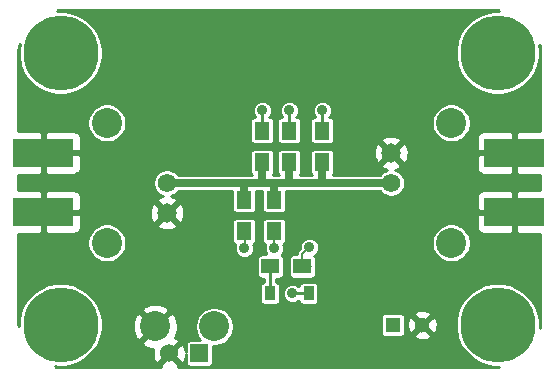
<source format=gbl>
%TF.GenerationSoftware,KiCad,Pcbnew,(5.1.10)-1*%
%TF.CreationDate,2021-09-19T13:47:21-04:00*%
%TF.ProjectId,PULSE-GEN,50554c53-452d-4474-954e-2e6b69636164,rev?*%
%TF.SameCoordinates,Original*%
%TF.FileFunction,Copper,L2,Bot*%
%TF.FilePolarity,Positive*%
%FSLAX46Y46*%
G04 Gerber Fmt 4.6, Leading zero omitted, Abs format (unit mm)*
G04 Created by KiCad (PCBNEW (5.1.10)-1) date 2021-09-19 13:47:21*
%MOMM*%
%LPD*%
G01*
G04 APERTURE LIST*
%TA.AperFunction,ComponentPad*%
%ADD10C,2.540000*%
%TD*%
%TA.AperFunction,ComponentPad*%
%ADD11C,6.350000*%
%TD*%
%TA.AperFunction,ComponentPad*%
%ADD12C,1.574800*%
%TD*%
%TA.AperFunction,ComponentPad*%
%ADD13C,1.651000*%
%TD*%
%TA.AperFunction,SMDPad,CuDef*%
%ADD14R,0.909320X1.219200*%
%TD*%
%TA.AperFunction,ComponentPad*%
%ADD15R,1.524000X1.524000*%
%TD*%
%TA.AperFunction,ComponentPad*%
%ADD16C,1.524000*%
%TD*%
%TA.AperFunction,ComponentPad*%
%ADD17R,1.300000X1.300000*%
%TD*%
%TA.AperFunction,ComponentPad*%
%ADD18C,1.300000*%
%TD*%
%TA.AperFunction,SMDPad,CuDef*%
%ADD19R,1.300000X1.500000*%
%TD*%
%TA.AperFunction,SMDPad,CuDef*%
%ADD20R,1.500000X1.300000*%
%TD*%
%TA.AperFunction,SMDPad,CuDef*%
%ADD21R,5.080000X2.413000*%
%TD*%
%TA.AperFunction,ViaPad*%
%ADD22C,0.889000*%
%TD*%
%TA.AperFunction,Conductor*%
%ADD23C,0.203200*%
%TD*%
%TA.AperFunction,Conductor*%
%ADD24C,0.254000*%
%TD*%
%TA.AperFunction,Conductor*%
%ADD25C,0.635000*%
%TD*%
%TA.AperFunction,Conductor*%
%ADD26C,0.150000*%
%TD*%
G04 APERTURE END LIST*
D10*
%TO.P,P2,1*%
%TO.N,VCC*%
X17018000Y-27178000D03*
%TO.P,P2,2*%
%TO.N,GND*%
X12018000Y-27178000D03*
%TD*%
D11*
%TO.P,MTG3,1*%
%TO.N,N/C*%
X4000000Y-27030000D03*
%TD*%
%TO.P,MTG2,1*%
%TO.N,N/C*%
X41000000Y-4030000D03*
%TD*%
%TO.P,MTG1,1*%
%TO.N,N/C*%
X4000000Y-4030000D03*
%TD*%
D12*
%TO.P,PB1,1*%
%TO.N,Net-(PA1-Pad1)*%
X13000000Y-15030000D03*
D13*
%TO.P,PB1,2*%
%TO.N,GND*%
X13000000Y-17570000D03*
D10*
%TO.P,PB1,*%
%TO.N,*%
X7920000Y-20110000D03*
X7920000Y-9950000D03*
%TD*%
D11*
%TO.P,MTG4,1*%
%TO.N,N/C*%
X41000000Y-27030000D03*
%TD*%
D12*
%TO.P,PB2,1*%
%TO.N,Net-(PA1-Pad1)*%
X32000000Y-15030000D03*
D13*
%TO.P,PB2,2*%
%TO.N,GND*%
X32000000Y-12490000D03*
D10*
%TO.P,PB2,*%
%TO.N,*%
X37080000Y-9950000D03*
X37080000Y-20110000D03*
%TD*%
D14*
%TO.P,D1,1*%
%TO.N,Net-(C1-Pad1)*%
X25003760Y-24384000D03*
%TO.P,D1,2*%
%TO.N,Net-(D1-Pad2)*%
X21732240Y-24384000D03*
%TD*%
D15*
%TO.P,P1,1*%
%TO.N,VCC*%
X15748000Y-29464000D03*
D16*
%TO.P,P1,2*%
%TO.N,GND*%
X13208000Y-29464000D03*
%TD*%
D17*
%TO.P,C2,1*%
%TO.N,VCC*%
X32131000Y-27051000D03*
D18*
%TO.P,C2,2*%
%TO.N,GND*%
X34631000Y-27051000D03*
%TD*%
D19*
%TO.P,R2,1*%
%TO.N,Net-(R2-Pad1)*%
X22098000Y-19130000D03*
%TO.P,R2,2*%
%TO.N,Net-(PA1-Pad1)*%
X22098000Y-16430000D03*
%TD*%
%TO.P,R3,1*%
%TO.N,Net-(R3-Pad1)*%
X19558000Y-19130000D03*
%TO.P,R3,2*%
%TO.N,Net-(PA1-Pad1)*%
X19558000Y-16430000D03*
%TD*%
%TO.P,R4,1*%
%TO.N,Net-(R4-Pad1)*%
X26162000Y-10588000D03*
%TO.P,R4,2*%
%TO.N,Net-(PA1-Pad1)*%
X26162000Y-13288000D03*
%TD*%
%TO.P,R5,1*%
%TO.N,Net-(R5-Pad1)*%
X23368000Y-10588000D03*
%TO.P,R5,2*%
%TO.N,Net-(PA1-Pad1)*%
X23368000Y-13288000D03*
%TD*%
%TO.P,R6,1*%
%TO.N,Net-(R6-Pad1)*%
X21082000Y-10588000D03*
%TO.P,R6,2*%
%TO.N,Net-(PA1-Pad1)*%
X21082000Y-13288000D03*
%TD*%
D20*
%TO.P,R7,1*%
%TO.N,Net-(D1-Pad2)*%
X21764000Y-22098000D03*
%TO.P,R7,2*%
%TO.N,Net-(R1-Pad2)*%
X24464000Y-22098000D03*
%TD*%
D21*
%TO.P,PA1,2*%
%TO.N,GND*%
X2540000Y-17486000D03*
X2540000Y-12486000D03*
%TD*%
%TO.P,PA2,2*%
%TO.N,GND*%
X42418000Y-12486000D03*
X42418000Y-17486000D03*
%TD*%
D22*
%TO.N,GND*%
X24384000Y-28448000D03*
X17600000Y-10230000D03*
X16510000Y-22098000D03*
X27000000Y-18030000D03*
X6400800Y-12547600D03*
X6350000Y-17526000D03*
X38760400Y-12471400D03*
X38608000Y-17424400D03*
%TO.N,Net-(C1-Pad1)*%
X23622000Y-24384000D03*
%TO.N,Net-(R1-Pad2)*%
X25069800Y-20472400D03*
%TO.N,Net-(R2-Pad1)*%
X22098000Y-20574000D03*
%TO.N,Net-(R3-Pad1)*%
X19558000Y-20574000D03*
%TO.N,Net-(R4-Pad1)*%
X26162000Y-8890000D03*
%TO.N,Net-(R5-Pad1)*%
X23368000Y-8890000D03*
%TO.N,Net-(R6-Pad1)*%
X21082000Y-8890000D03*
%TD*%
D23*
%TO.N,GND*%
X38608000Y-17424400D02*
X38557200Y-17424400D01*
D24*
%TO.N,Net-(C1-Pad1)*%
X25003760Y-24384000D02*
X23622000Y-24384000D01*
%TO.N,Net-(D1-Pad2)*%
X21732240Y-24384000D02*
X21732240Y-22129760D01*
X21732240Y-22129760D02*
X21764000Y-22098000D01*
X21732240Y-24384000D02*
X21732240Y-24241760D01*
D25*
%TO.N,Net-(PA1-Pad1)*%
X22098000Y-16430000D02*
X22098000Y-15157000D01*
X22098000Y-15157000D02*
X22225000Y-15030000D01*
X19558000Y-16430000D02*
X19558000Y-15157000D01*
X19558000Y-15157000D02*
X19685000Y-15030000D01*
X21082000Y-13288000D02*
X21082000Y-15030000D01*
X23368000Y-13288000D02*
X23368000Y-14903000D01*
X23368000Y-14903000D02*
X23495000Y-15030000D01*
X26162000Y-13288000D02*
X26162000Y-15030000D01*
X26035000Y-15030000D02*
X26162000Y-15030000D01*
X26162000Y-15030000D02*
X32000000Y-15030000D01*
X23495000Y-15030000D02*
X26035000Y-15030000D01*
X22225000Y-15030000D02*
X23495000Y-15030000D01*
X20955000Y-15030000D02*
X21082000Y-15030000D01*
X21082000Y-15030000D02*
X22225000Y-15030000D01*
X19685000Y-15030000D02*
X20955000Y-15030000D01*
X13000000Y-15030000D02*
X19685000Y-15030000D01*
D24*
%TO.N,Net-(R1-Pad2)*%
X24066500Y-22098000D02*
X25146000Y-22098000D01*
D23*
X24464000Y-21078200D02*
X25069800Y-20472400D01*
X24464000Y-22098000D02*
X24464000Y-21078200D01*
%TO.N,Net-(R2-Pad1)*%
X22098000Y-20574000D02*
X22098000Y-19005000D01*
X22098000Y-19005000D02*
X22098000Y-18732500D01*
%TO.N,Net-(R3-Pad1)*%
X19558000Y-20574000D02*
X19643000Y-20489000D01*
X19643000Y-20489000D02*
X19558000Y-18732500D01*
D24*
%TO.N,Net-(R4-Pad1)*%
X26162000Y-10588000D02*
X26162000Y-8890000D01*
X26162000Y-8890000D02*
X26197000Y-8925000D01*
%TO.N,Net-(R5-Pad1)*%
X23368000Y-10588000D02*
X23368000Y-8890000D01*
X23368000Y-8890000D02*
X23463000Y-8985000D01*
%TO.N,Net-(R6-Pad1)*%
X21082000Y-10588000D02*
X21082000Y-8890000D01*
X21037000Y-8935000D02*
X21082000Y-8890000D01*
%TD*%
%TO.N,GND*%
X41021209Y-384102D02*
X41127220Y-474000D01*
X40649765Y-474000D01*
X39962753Y-610655D01*
X39315602Y-878714D01*
X38733182Y-1267874D01*
X38237874Y-1763182D01*
X37848714Y-2345602D01*
X37580655Y-2992753D01*
X37444000Y-3679765D01*
X37444000Y-4380235D01*
X37580655Y-5067247D01*
X37848714Y-5714398D01*
X38237874Y-6296818D01*
X38733182Y-6792126D01*
X39315602Y-7181286D01*
X39962753Y-7449345D01*
X40649765Y-7586000D01*
X41350235Y-7586000D01*
X42037247Y-7449345D01*
X42684398Y-7181286D01*
X43266818Y-6792126D01*
X43762126Y-6296818D01*
X44151286Y-5714398D01*
X44419345Y-5067247D01*
X44556000Y-4380235D01*
X44556000Y-3679765D01*
X44484662Y-3321124D01*
X44555505Y-3381199D01*
X44619772Y-3992654D01*
X44619801Y-4001032D01*
X44619801Y-10641889D01*
X42703750Y-10644500D01*
X42545000Y-10803250D01*
X42545000Y-12359000D01*
X42565000Y-12359000D01*
X42565000Y-12613000D01*
X42545000Y-12613000D01*
X42545000Y-14168750D01*
X42703750Y-14327500D01*
X44619801Y-14330111D01*
X44619800Y-15641889D01*
X42703750Y-15644500D01*
X42545000Y-15803250D01*
X42545000Y-17359000D01*
X42565000Y-17359000D01*
X42565000Y-17613000D01*
X42545000Y-17613000D01*
X42545000Y-19168750D01*
X42703750Y-19327500D01*
X44619800Y-19330111D01*
X44619800Y-27011410D01*
X44597596Y-27237860D01*
X44556000Y-27277475D01*
X44556000Y-26679765D01*
X44419345Y-25992753D01*
X44151286Y-25345602D01*
X43762126Y-24763182D01*
X43266818Y-24267874D01*
X42684398Y-23878714D01*
X42037247Y-23610655D01*
X41350235Y-23474000D01*
X40649765Y-23474000D01*
X39962753Y-23610655D01*
X39315602Y-23878714D01*
X38733182Y-24267874D01*
X38237874Y-24763182D01*
X37848714Y-25345602D01*
X37580655Y-25992753D01*
X37444000Y-26679765D01*
X37444000Y-27380235D01*
X37580655Y-28067247D01*
X37848714Y-28714398D01*
X38237874Y-29296818D01*
X38733182Y-29792126D01*
X39315602Y-30181286D01*
X39962753Y-30449345D01*
X40649765Y-30586000D01*
X41082050Y-30586000D01*
X41016050Y-30648857D01*
X41007346Y-30649772D01*
X40999255Y-30649800D01*
X13932519Y-30649800D01*
X13993960Y-30429565D01*
X13208000Y-29643605D01*
X12422040Y-30429565D01*
X12483481Y-30649800D01*
X4018590Y-30649800D01*
X3589181Y-30607696D01*
X3551947Y-30566543D01*
X3649765Y-30586000D01*
X4350235Y-30586000D01*
X5037247Y-30449345D01*
X5684398Y-30181286D01*
X6266818Y-29792126D01*
X6762126Y-29296818D01*
X7151286Y-28714398D01*
X7237668Y-28505852D01*
X10869753Y-28505852D01*
X10998076Y-28797871D01*
X11333695Y-28965723D01*
X11695611Y-29064874D01*
X11864686Y-29076907D01*
X11818977Y-29261135D01*
X11806090Y-29536017D01*
X11847078Y-29808133D01*
X11940364Y-30067023D01*
X12002344Y-30182980D01*
X12242435Y-30249960D01*
X13028395Y-29464000D01*
X13387605Y-29464000D01*
X14173565Y-30249960D01*
X14413656Y-30182980D01*
X14530756Y-29933952D01*
X14597023Y-29666865D01*
X14603157Y-29536017D01*
X14603157Y-30226000D01*
X14610513Y-30300689D01*
X14632299Y-30372508D01*
X14667678Y-30438696D01*
X14715289Y-30496711D01*
X14773304Y-30544322D01*
X14839492Y-30579701D01*
X14911311Y-30601487D01*
X14986000Y-30608843D01*
X16510000Y-30608843D01*
X16584689Y-30601487D01*
X16656508Y-30579701D01*
X16722696Y-30544322D01*
X16780711Y-30496711D01*
X16828322Y-30438696D01*
X16863701Y-30372508D01*
X16885487Y-30300689D01*
X16892843Y-30226000D01*
X16892843Y-28829000D01*
X17180609Y-28829000D01*
X17499579Y-28765553D01*
X17800042Y-28641097D01*
X18070451Y-28460415D01*
X18300415Y-28230451D01*
X18481097Y-27960042D01*
X18605553Y-27659579D01*
X18669000Y-27340609D01*
X18669000Y-27015391D01*
X18605553Y-26696421D01*
X18483186Y-26401000D01*
X31098157Y-26401000D01*
X31098157Y-27701000D01*
X31105513Y-27775689D01*
X31127299Y-27847508D01*
X31162678Y-27913696D01*
X31210289Y-27971711D01*
X31268304Y-28019322D01*
X31334492Y-28054701D01*
X31406311Y-28076487D01*
X31481000Y-28083843D01*
X32781000Y-28083843D01*
X32855689Y-28076487D01*
X32927508Y-28054701D01*
X32993696Y-28019322D01*
X33051711Y-27971711D01*
X33080585Y-27936527D01*
X33925078Y-27936527D01*
X33978466Y-28165201D01*
X34208374Y-28271095D01*
X34454524Y-28330102D01*
X34707455Y-28339952D01*
X34957449Y-28300270D01*
X35194896Y-28212578D01*
X35283534Y-28165201D01*
X35336922Y-27936527D01*
X34631000Y-27230605D01*
X33925078Y-27936527D01*
X33080585Y-27936527D01*
X33099322Y-27913696D01*
X33134701Y-27847508D01*
X33156487Y-27775689D01*
X33163843Y-27701000D01*
X33163843Y-27127455D01*
X33342048Y-27127455D01*
X33381730Y-27377449D01*
X33469422Y-27614896D01*
X33516799Y-27703534D01*
X33745473Y-27756922D01*
X34451395Y-27051000D01*
X34810605Y-27051000D01*
X35516527Y-27756922D01*
X35745201Y-27703534D01*
X35851095Y-27473626D01*
X35910102Y-27227476D01*
X35919952Y-26974545D01*
X35880270Y-26724551D01*
X35792578Y-26487104D01*
X35745201Y-26398466D01*
X35516527Y-26345078D01*
X34810605Y-27051000D01*
X34451395Y-27051000D01*
X33745473Y-26345078D01*
X33516799Y-26398466D01*
X33410905Y-26628374D01*
X33351898Y-26874524D01*
X33342048Y-27127455D01*
X33163843Y-27127455D01*
X33163843Y-26401000D01*
X33156487Y-26326311D01*
X33134701Y-26254492D01*
X33099322Y-26188304D01*
X33080586Y-26165473D01*
X33925078Y-26165473D01*
X34631000Y-26871395D01*
X35336922Y-26165473D01*
X35283534Y-25936799D01*
X35053626Y-25830905D01*
X34807476Y-25771898D01*
X34554545Y-25762048D01*
X34304551Y-25801730D01*
X34067104Y-25889422D01*
X33978466Y-25936799D01*
X33925078Y-26165473D01*
X33080586Y-26165473D01*
X33051711Y-26130289D01*
X32993696Y-26082678D01*
X32927508Y-26047299D01*
X32855689Y-26025513D01*
X32781000Y-26018157D01*
X31481000Y-26018157D01*
X31406311Y-26025513D01*
X31334492Y-26047299D01*
X31268304Y-26082678D01*
X31210289Y-26130289D01*
X31162678Y-26188304D01*
X31127299Y-26254492D01*
X31105513Y-26326311D01*
X31098157Y-26401000D01*
X18483186Y-26401000D01*
X18481097Y-26395958D01*
X18300415Y-26125549D01*
X18070451Y-25895585D01*
X17800042Y-25714903D01*
X17499579Y-25590447D01*
X17180609Y-25527000D01*
X16855391Y-25527000D01*
X16536421Y-25590447D01*
X16235958Y-25714903D01*
X15965549Y-25895585D01*
X15735585Y-26125549D01*
X15554903Y-26395958D01*
X15430447Y-26696421D01*
X15367000Y-27015391D01*
X15367000Y-27340609D01*
X15430447Y-27659579D01*
X15554903Y-27960042D01*
X15735585Y-28230451D01*
X15824291Y-28319157D01*
X14986000Y-28319157D01*
X14911311Y-28326513D01*
X14839492Y-28348299D01*
X14773304Y-28383678D01*
X14715289Y-28431289D01*
X14667678Y-28489304D01*
X14632299Y-28555492D01*
X14610513Y-28627311D01*
X14603157Y-28702000D01*
X14603157Y-29347150D01*
X14568922Y-29119867D01*
X14475636Y-28860977D01*
X14413656Y-28745020D01*
X14173565Y-28678040D01*
X13387605Y-29464000D01*
X13028395Y-29464000D01*
X13014253Y-29449858D01*
X13193858Y-29270253D01*
X13208000Y-29284395D01*
X13993960Y-28498435D01*
X13926980Y-28258344D01*
X13677952Y-28141244D01*
X13667513Y-28138654D01*
X13805723Y-27862305D01*
X13904874Y-27500389D01*
X13931514Y-27126084D01*
X13884618Y-26753773D01*
X13765988Y-26397765D01*
X13637871Y-26158076D01*
X13345852Y-26029753D01*
X12197605Y-27178000D01*
X12211748Y-27192143D01*
X12032143Y-27371748D01*
X12018000Y-27357605D01*
X10869753Y-28505852D01*
X7237668Y-28505852D01*
X7419345Y-28067247D01*
X7556000Y-27380235D01*
X7556000Y-27229916D01*
X10104486Y-27229916D01*
X10151382Y-27602227D01*
X10270012Y-27958235D01*
X10398129Y-28197924D01*
X10690148Y-28326247D01*
X11838395Y-27178000D01*
X10690148Y-26029753D01*
X10398129Y-26158076D01*
X10230277Y-26493695D01*
X10131126Y-26855611D01*
X10104486Y-27229916D01*
X7556000Y-27229916D01*
X7556000Y-26679765D01*
X7419345Y-25992753D01*
X7360277Y-25850148D01*
X10869753Y-25850148D01*
X12018000Y-26998395D01*
X13166247Y-25850148D01*
X13037924Y-25558129D01*
X12702305Y-25390277D01*
X12340389Y-25291126D01*
X11966084Y-25264486D01*
X11593773Y-25311382D01*
X11237765Y-25430012D01*
X10998076Y-25558129D01*
X10869753Y-25850148D01*
X7360277Y-25850148D01*
X7151286Y-25345602D01*
X6762126Y-24763182D01*
X6266818Y-24267874D01*
X5684398Y-23878714D01*
X5037247Y-23610655D01*
X4350235Y-23474000D01*
X3649765Y-23474000D01*
X2962753Y-23610655D01*
X2315602Y-23878714D01*
X1733182Y-24267874D01*
X1237874Y-24763182D01*
X848714Y-25345602D01*
X580655Y-25992753D01*
X444000Y-26679765D01*
X444000Y-27131442D01*
X383036Y-27064061D01*
X380228Y-27037346D01*
X380200Y-27029255D01*
X380200Y-19947391D01*
X6269000Y-19947391D01*
X6269000Y-20272609D01*
X6332447Y-20591579D01*
X6456903Y-20892042D01*
X6637585Y-21162451D01*
X6867549Y-21392415D01*
X7137958Y-21573097D01*
X7438421Y-21697553D01*
X7757391Y-21761000D01*
X8082609Y-21761000D01*
X8401579Y-21697553D01*
X8702042Y-21573097D01*
X8889262Y-21448000D01*
X20631157Y-21448000D01*
X20631157Y-22748000D01*
X20638513Y-22822689D01*
X20660299Y-22894508D01*
X20695678Y-22960696D01*
X20743289Y-23018711D01*
X20801304Y-23066322D01*
X20867492Y-23101701D01*
X20939311Y-23123487D01*
X21014000Y-23130843D01*
X21224241Y-23130843D01*
X21224240Y-23396810D01*
X21202891Y-23398913D01*
X21131072Y-23420699D01*
X21064884Y-23456078D01*
X21006869Y-23503689D01*
X20959258Y-23561704D01*
X20923879Y-23627892D01*
X20902093Y-23699711D01*
X20894737Y-23774400D01*
X20894737Y-24993600D01*
X20902093Y-25068289D01*
X20923879Y-25140108D01*
X20959258Y-25206296D01*
X21006869Y-25264311D01*
X21064884Y-25311922D01*
X21131072Y-25347301D01*
X21202891Y-25369087D01*
X21277580Y-25376443D01*
X22186900Y-25376443D01*
X22261589Y-25369087D01*
X22333408Y-25347301D01*
X22399596Y-25311922D01*
X22457611Y-25264311D01*
X22505222Y-25206296D01*
X22540601Y-25140108D01*
X22562387Y-25068289D01*
X22569743Y-24993600D01*
X22569743Y-24302695D01*
X22796500Y-24302695D01*
X22796500Y-24465305D01*
X22828224Y-24624789D01*
X22890452Y-24775021D01*
X22980792Y-24910225D01*
X23095775Y-25025208D01*
X23230979Y-25115548D01*
X23381211Y-25177776D01*
X23540695Y-25209500D01*
X23703305Y-25209500D01*
X23862789Y-25177776D01*
X24013021Y-25115548D01*
X24148225Y-25025208D01*
X24167474Y-25005959D01*
X24173613Y-25068289D01*
X24195399Y-25140108D01*
X24230778Y-25206296D01*
X24278389Y-25264311D01*
X24336404Y-25311922D01*
X24402592Y-25347301D01*
X24474411Y-25369087D01*
X24549100Y-25376443D01*
X25458420Y-25376443D01*
X25533109Y-25369087D01*
X25604928Y-25347301D01*
X25671116Y-25311922D01*
X25729131Y-25264311D01*
X25776742Y-25206296D01*
X25812121Y-25140108D01*
X25833907Y-25068289D01*
X25841263Y-24993600D01*
X25841263Y-23774400D01*
X25833907Y-23699711D01*
X25812121Y-23627892D01*
X25776742Y-23561704D01*
X25729131Y-23503689D01*
X25671116Y-23456078D01*
X25604928Y-23420699D01*
X25533109Y-23398913D01*
X25458420Y-23391557D01*
X24549100Y-23391557D01*
X24474411Y-23398913D01*
X24402592Y-23420699D01*
X24336404Y-23456078D01*
X24278389Y-23503689D01*
X24230778Y-23561704D01*
X24195399Y-23627892D01*
X24173613Y-23699711D01*
X24167474Y-23762041D01*
X24148225Y-23742792D01*
X24013021Y-23652452D01*
X23862789Y-23590224D01*
X23703305Y-23558500D01*
X23540695Y-23558500D01*
X23381211Y-23590224D01*
X23230979Y-23652452D01*
X23095775Y-23742792D01*
X22980792Y-23857775D01*
X22890452Y-23992979D01*
X22828224Y-24143211D01*
X22796500Y-24302695D01*
X22569743Y-24302695D01*
X22569743Y-23774400D01*
X22562387Y-23699711D01*
X22540601Y-23627892D01*
X22505222Y-23561704D01*
X22457611Y-23503689D01*
X22399596Y-23456078D01*
X22333408Y-23420699D01*
X22261589Y-23398913D01*
X22240240Y-23396810D01*
X22240240Y-23130843D01*
X22514000Y-23130843D01*
X22588689Y-23123487D01*
X22660508Y-23101701D01*
X22726696Y-23066322D01*
X22784711Y-23018711D01*
X22832322Y-22960696D01*
X22867701Y-22894508D01*
X22889487Y-22822689D01*
X22896843Y-22748000D01*
X22896843Y-21448000D01*
X23331157Y-21448000D01*
X23331157Y-22748000D01*
X23338513Y-22822689D01*
X23360299Y-22894508D01*
X23395678Y-22960696D01*
X23443289Y-23018711D01*
X23501304Y-23066322D01*
X23567492Y-23101701D01*
X23639311Y-23123487D01*
X23714000Y-23130843D01*
X25214000Y-23130843D01*
X25288689Y-23123487D01*
X25360508Y-23101701D01*
X25426696Y-23066322D01*
X25484711Y-23018711D01*
X25532322Y-22960696D01*
X25567701Y-22894508D01*
X25589487Y-22822689D01*
X25596843Y-22748000D01*
X25596843Y-22332178D01*
X25617601Y-22293343D01*
X25646649Y-22197585D01*
X25656457Y-22098000D01*
X25646649Y-21998415D01*
X25617601Y-21902657D01*
X25596843Y-21863822D01*
X25596843Y-21448000D01*
X25589487Y-21373311D01*
X25567701Y-21301492D01*
X25532322Y-21235304D01*
X25490380Y-21184197D01*
X25596025Y-21113608D01*
X25711008Y-20998625D01*
X25801348Y-20863421D01*
X25863576Y-20713189D01*
X25895300Y-20553705D01*
X25895300Y-20391095D01*
X25863576Y-20231611D01*
X25801348Y-20081379D01*
X25711821Y-19947391D01*
X35429000Y-19947391D01*
X35429000Y-20272609D01*
X35492447Y-20591579D01*
X35616903Y-20892042D01*
X35797585Y-21162451D01*
X36027549Y-21392415D01*
X36297958Y-21573097D01*
X36598421Y-21697553D01*
X36917391Y-21761000D01*
X37242609Y-21761000D01*
X37561579Y-21697553D01*
X37862042Y-21573097D01*
X38132451Y-21392415D01*
X38362415Y-21162451D01*
X38543097Y-20892042D01*
X38667553Y-20591579D01*
X38731000Y-20272609D01*
X38731000Y-19947391D01*
X38667553Y-19628421D01*
X38543097Y-19327958D01*
X38362415Y-19057549D01*
X38132451Y-18827585D01*
X37930283Y-18692500D01*
X39239928Y-18692500D01*
X39252188Y-18816982D01*
X39288498Y-18936680D01*
X39347463Y-19046994D01*
X39426815Y-19143685D01*
X39523506Y-19223037D01*
X39633820Y-19282002D01*
X39753518Y-19318312D01*
X39878000Y-19330572D01*
X42132250Y-19327500D01*
X42291000Y-19168750D01*
X42291000Y-17613000D01*
X39401750Y-17613000D01*
X39243000Y-17771750D01*
X39239928Y-18692500D01*
X37930283Y-18692500D01*
X37862042Y-18646903D01*
X37561579Y-18522447D01*
X37242609Y-18459000D01*
X36917391Y-18459000D01*
X36598421Y-18522447D01*
X36297958Y-18646903D01*
X36027549Y-18827585D01*
X35797585Y-19057549D01*
X35616903Y-19327958D01*
X35492447Y-19628421D01*
X35429000Y-19947391D01*
X25711821Y-19947391D01*
X25711008Y-19946175D01*
X25596025Y-19831192D01*
X25460821Y-19740852D01*
X25310589Y-19678624D01*
X25151105Y-19646900D01*
X24988495Y-19646900D01*
X24829011Y-19678624D01*
X24678779Y-19740852D01*
X24543575Y-19831192D01*
X24428592Y-19946175D01*
X24338252Y-20081379D01*
X24276024Y-20231611D01*
X24244300Y-20391095D01*
X24244300Y-20553705D01*
X24254536Y-20605165D01*
X24139513Y-20720188D01*
X24121100Y-20735299D01*
X24105989Y-20753712D01*
X24105987Y-20753714D01*
X24060792Y-20808785D01*
X24015978Y-20892624D01*
X23988384Y-20983594D01*
X23980350Y-21065157D01*
X23714000Y-21065157D01*
X23639311Y-21072513D01*
X23567492Y-21094299D01*
X23501304Y-21129678D01*
X23443289Y-21177289D01*
X23395678Y-21235304D01*
X23360299Y-21301492D01*
X23338513Y-21373311D01*
X23331157Y-21448000D01*
X22896843Y-21448000D01*
X22889487Y-21373311D01*
X22867701Y-21301492D01*
X22832322Y-21235304D01*
X22784711Y-21177289D01*
X22726696Y-21129678D01*
X22715656Y-21123777D01*
X22739208Y-21100225D01*
X22829548Y-20965021D01*
X22891776Y-20814789D01*
X22923500Y-20655305D01*
X22923500Y-20492695D01*
X22891776Y-20333211D01*
X22855464Y-20245545D01*
X22894508Y-20233701D01*
X22960696Y-20198322D01*
X23018711Y-20150711D01*
X23066322Y-20092696D01*
X23101701Y-20026508D01*
X23123487Y-19954689D01*
X23130843Y-19880000D01*
X23130843Y-18380000D01*
X23123487Y-18305311D01*
X23101701Y-18233492D01*
X23066322Y-18167304D01*
X23018711Y-18109289D01*
X22960696Y-18061678D01*
X22894508Y-18026299D01*
X22822689Y-18004513D01*
X22748000Y-17997157D01*
X21448000Y-17997157D01*
X21373311Y-18004513D01*
X21301492Y-18026299D01*
X21235304Y-18061678D01*
X21177289Y-18109289D01*
X21129678Y-18167304D01*
X21094299Y-18233492D01*
X21072513Y-18305311D01*
X21065157Y-18380000D01*
X21065157Y-19880000D01*
X21072513Y-19954689D01*
X21094299Y-20026508D01*
X21129678Y-20092696D01*
X21177289Y-20150711D01*
X21235304Y-20198322D01*
X21301492Y-20233701D01*
X21340536Y-20245545D01*
X21304224Y-20333211D01*
X21272500Y-20492695D01*
X21272500Y-20655305D01*
X21304224Y-20814789D01*
X21366452Y-20965021D01*
X21433360Y-21065157D01*
X21014000Y-21065157D01*
X20939311Y-21072513D01*
X20867492Y-21094299D01*
X20801304Y-21129678D01*
X20743289Y-21177289D01*
X20695678Y-21235304D01*
X20660299Y-21301492D01*
X20638513Y-21373311D01*
X20631157Y-21448000D01*
X8889262Y-21448000D01*
X8972451Y-21392415D01*
X9202415Y-21162451D01*
X9383097Y-20892042D01*
X9507553Y-20591579D01*
X9571000Y-20272609D01*
X9571000Y-19947391D01*
X9507553Y-19628421D01*
X9383097Y-19327958D01*
X9202415Y-19057549D01*
X8972451Y-18827585D01*
X8702042Y-18646903D01*
X8542719Y-18580909D01*
X12168696Y-18580909D01*
X12243367Y-18827481D01*
X12503228Y-18950931D01*
X12782180Y-19021313D01*
X13069502Y-19035921D01*
X13354154Y-18994194D01*
X13625196Y-18897737D01*
X13756633Y-18827481D01*
X13831304Y-18580909D01*
X13000000Y-17749605D01*
X12168696Y-18580909D01*
X8542719Y-18580909D01*
X8401579Y-18522447D01*
X8082609Y-18459000D01*
X7757391Y-18459000D01*
X7438421Y-18522447D01*
X7137958Y-18646903D01*
X6867549Y-18827585D01*
X6637585Y-19057549D01*
X6456903Y-19327958D01*
X6332447Y-19628421D01*
X6269000Y-19947391D01*
X380200Y-19947391D01*
X380200Y-19330054D01*
X2254250Y-19327500D01*
X2413000Y-19168750D01*
X2413000Y-17613000D01*
X2667000Y-17613000D01*
X2667000Y-19168750D01*
X2825750Y-19327500D01*
X5080000Y-19330572D01*
X5204482Y-19318312D01*
X5324180Y-19282002D01*
X5434494Y-19223037D01*
X5531185Y-19143685D01*
X5610537Y-19046994D01*
X5669502Y-18936680D01*
X5705812Y-18816982D01*
X5718072Y-18692500D01*
X5715000Y-17771750D01*
X5582752Y-17639502D01*
X11534079Y-17639502D01*
X11575806Y-17924154D01*
X11672263Y-18195196D01*
X11742519Y-18326633D01*
X11989091Y-18401304D01*
X12820395Y-17570000D01*
X13179605Y-17570000D01*
X14010909Y-18401304D01*
X14081257Y-18380000D01*
X18525157Y-18380000D01*
X18525157Y-19880000D01*
X18532513Y-19954689D01*
X18554299Y-20026508D01*
X18589678Y-20092696D01*
X18637289Y-20150711D01*
X18695304Y-20198322D01*
X18761492Y-20233701D01*
X18800536Y-20245545D01*
X18764224Y-20333211D01*
X18732500Y-20492695D01*
X18732500Y-20655305D01*
X18764224Y-20814789D01*
X18826452Y-20965021D01*
X18916792Y-21100225D01*
X19031775Y-21215208D01*
X19166979Y-21305548D01*
X19317211Y-21367776D01*
X19476695Y-21399500D01*
X19639305Y-21399500D01*
X19798789Y-21367776D01*
X19949021Y-21305548D01*
X20084225Y-21215208D01*
X20199208Y-21100225D01*
X20289548Y-20965021D01*
X20351776Y-20814789D01*
X20383500Y-20655305D01*
X20383500Y-20492695D01*
X20351776Y-20333211D01*
X20315464Y-20245545D01*
X20354508Y-20233701D01*
X20420696Y-20198322D01*
X20478711Y-20150711D01*
X20526322Y-20092696D01*
X20561701Y-20026508D01*
X20583487Y-19954689D01*
X20590843Y-19880000D01*
X20590843Y-18380000D01*
X20583487Y-18305311D01*
X20561701Y-18233492D01*
X20526322Y-18167304D01*
X20478711Y-18109289D01*
X20420696Y-18061678D01*
X20354508Y-18026299D01*
X20282689Y-18004513D01*
X20208000Y-17997157D01*
X18908000Y-17997157D01*
X18833311Y-18004513D01*
X18761492Y-18026299D01*
X18695304Y-18061678D01*
X18637289Y-18109289D01*
X18589678Y-18167304D01*
X18554299Y-18233492D01*
X18532513Y-18305311D01*
X18525157Y-18380000D01*
X14081257Y-18380000D01*
X14257481Y-18326633D01*
X14380931Y-18066772D01*
X14451313Y-17787820D01*
X14465921Y-17500498D01*
X14424194Y-17215846D01*
X14327737Y-16944804D01*
X14257481Y-16813367D01*
X14010909Y-16738696D01*
X13179605Y-17570000D01*
X12820395Y-17570000D01*
X11989091Y-16738696D01*
X11742519Y-16813367D01*
X11619069Y-17073228D01*
X11548687Y-17352180D01*
X11534079Y-17639502D01*
X5582752Y-17639502D01*
X5556250Y-17613000D01*
X2667000Y-17613000D01*
X2413000Y-17613000D01*
X2393000Y-17613000D01*
X2393000Y-17359000D01*
X2413000Y-17359000D01*
X2413000Y-15803250D01*
X2667000Y-15803250D01*
X2667000Y-17359000D01*
X5556250Y-17359000D01*
X5715000Y-17200250D01*
X5718072Y-16279500D01*
X5705812Y-16155018D01*
X5669502Y-16035320D01*
X5610537Y-15925006D01*
X5531185Y-15828315D01*
X5434494Y-15748963D01*
X5324180Y-15689998D01*
X5204482Y-15653688D01*
X5080000Y-15641428D01*
X2825750Y-15644500D01*
X2667000Y-15803250D01*
X2413000Y-15803250D01*
X2254250Y-15644500D01*
X380200Y-15641946D01*
X380200Y-14914923D01*
X11831600Y-14914923D01*
X11831600Y-15145077D01*
X11876501Y-15370810D01*
X11964578Y-15583445D01*
X12092445Y-15774811D01*
X12255189Y-15937555D01*
X12446555Y-16065422D01*
X12643034Y-16146807D01*
X12374804Y-16242263D01*
X12243367Y-16312519D01*
X12168696Y-16559091D01*
X13000000Y-17390395D01*
X13831304Y-16559091D01*
X13756633Y-16312519D01*
X13496772Y-16189069D01*
X13346482Y-16151150D01*
X13553445Y-16065422D01*
X13744811Y-15937555D01*
X13907555Y-15774811D01*
X13938499Y-15728500D01*
X18525157Y-15728500D01*
X18525157Y-17180000D01*
X18532513Y-17254689D01*
X18554299Y-17326508D01*
X18589678Y-17392696D01*
X18637289Y-17450711D01*
X18695304Y-17498322D01*
X18761492Y-17533701D01*
X18833311Y-17555487D01*
X18908000Y-17562843D01*
X20208000Y-17562843D01*
X20282689Y-17555487D01*
X20354508Y-17533701D01*
X20420696Y-17498322D01*
X20478711Y-17450711D01*
X20526322Y-17392696D01*
X20561701Y-17326508D01*
X20583487Y-17254689D01*
X20590843Y-17180000D01*
X20590843Y-15728500D01*
X21047692Y-15728500D01*
X21065157Y-15730220D01*
X21065157Y-17180000D01*
X21072513Y-17254689D01*
X21094299Y-17326508D01*
X21129678Y-17392696D01*
X21177289Y-17450711D01*
X21235304Y-17498322D01*
X21301492Y-17533701D01*
X21373311Y-17555487D01*
X21448000Y-17562843D01*
X22748000Y-17562843D01*
X22822689Y-17555487D01*
X22894508Y-17533701D01*
X22960696Y-17498322D01*
X23018711Y-17450711D01*
X23066322Y-17392696D01*
X23101701Y-17326508D01*
X23123487Y-17254689D01*
X23130843Y-17180000D01*
X23130843Y-16279500D01*
X39239928Y-16279500D01*
X39243000Y-17200250D01*
X39401750Y-17359000D01*
X42291000Y-17359000D01*
X42291000Y-15803250D01*
X42132250Y-15644500D01*
X39878000Y-15641428D01*
X39753518Y-15653688D01*
X39633820Y-15689998D01*
X39523506Y-15748963D01*
X39426815Y-15828315D01*
X39347463Y-15925006D01*
X39288498Y-16035320D01*
X39252188Y-16155018D01*
X39239928Y-16279500D01*
X23130843Y-16279500D01*
X23130843Y-15728500D01*
X23460701Y-15728500D01*
X23494999Y-15731878D01*
X23529297Y-15728500D01*
X26127692Y-15728500D01*
X26162000Y-15731879D01*
X26196309Y-15728500D01*
X31061501Y-15728500D01*
X31092445Y-15774811D01*
X31255189Y-15937555D01*
X31446555Y-16065422D01*
X31659190Y-16153499D01*
X31884923Y-16198400D01*
X32115077Y-16198400D01*
X32340810Y-16153499D01*
X32553445Y-16065422D01*
X32744811Y-15937555D01*
X32907555Y-15774811D01*
X33035422Y-15583445D01*
X33123499Y-15370810D01*
X33168400Y-15145077D01*
X33168400Y-14914923D01*
X33123499Y-14689190D01*
X33035422Y-14476555D01*
X32907555Y-14285189D01*
X32744811Y-14122445D01*
X32553445Y-13994578D01*
X32356966Y-13913193D01*
X32625196Y-13817737D01*
X32756633Y-13747481D01*
X32773283Y-13692500D01*
X39239928Y-13692500D01*
X39252188Y-13816982D01*
X39288498Y-13936680D01*
X39347463Y-14046994D01*
X39426815Y-14143685D01*
X39523506Y-14223037D01*
X39633820Y-14282002D01*
X39753518Y-14318312D01*
X39878000Y-14330572D01*
X42132250Y-14327500D01*
X42291000Y-14168750D01*
X42291000Y-12613000D01*
X39401750Y-12613000D01*
X39243000Y-12771750D01*
X39239928Y-13692500D01*
X32773283Y-13692500D01*
X32831304Y-13500909D01*
X32000000Y-12669605D01*
X31168696Y-13500909D01*
X31243367Y-13747481D01*
X31503228Y-13870931D01*
X31653518Y-13908850D01*
X31446555Y-13994578D01*
X31255189Y-14122445D01*
X31092445Y-14285189D01*
X31061501Y-14331500D01*
X27054942Y-14331500D01*
X27082711Y-14308711D01*
X27130322Y-14250696D01*
X27165701Y-14184508D01*
X27187487Y-14112689D01*
X27194843Y-14038000D01*
X27194843Y-12559502D01*
X30534079Y-12559502D01*
X30575806Y-12844154D01*
X30672263Y-13115196D01*
X30742519Y-13246633D01*
X30989091Y-13321304D01*
X31820395Y-12490000D01*
X32179605Y-12490000D01*
X33010909Y-13321304D01*
X33257481Y-13246633D01*
X33380931Y-12986772D01*
X33451313Y-12707820D01*
X33465921Y-12420498D01*
X33424194Y-12135846D01*
X33327737Y-11864804D01*
X33257481Y-11733367D01*
X33010909Y-11658696D01*
X32179605Y-12490000D01*
X31820395Y-12490000D01*
X30989091Y-11658696D01*
X30742519Y-11733367D01*
X30619069Y-11993228D01*
X30548687Y-12272180D01*
X30534079Y-12559502D01*
X27194843Y-12559502D01*
X27194843Y-12538000D01*
X27187487Y-12463311D01*
X27165701Y-12391492D01*
X27130322Y-12325304D01*
X27082711Y-12267289D01*
X27024696Y-12219678D01*
X26958508Y-12184299D01*
X26886689Y-12162513D01*
X26812000Y-12155157D01*
X25512000Y-12155157D01*
X25437311Y-12162513D01*
X25365492Y-12184299D01*
X25299304Y-12219678D01*
X25241289Y-12267289D01*
X25193678Y-12325304D01*
X25158299Y-12391492D01*
X25136513Y-12463311D01*
X25129157Y-12538000D01*
X25129157Y-14038000D01*
X25136513Y-14112689D01*
X25158299Y-14184508D01*
X25193678Y-14250696D01*
X25241289Y-14308711D01*
X25269058Y-14331500D01*
X24260942Y-14331500D01*
X24288711Y-14308711D01*
X24336322Y-14250696D01*
X24371701Y-14184508D01*
X24393487Y-14112689D01*
X24400843Y-14038000D01*
X24400843Y-12538000D01*
X24393487Y-12463311D01*
X24371701Y-12391492D01*
X24336322Y-12325304D01*
X24288711Y-12267289D01*
X24230696Y-12219678D01*
X24164508Y-12184299D01*
X24092689Y-12162513D01*
X24018000Y-12155157D01*
X22718000Y-12155157D01*
X22643311Y-12162513D01*
X22571492Y-12184299D01*
X22505304Y-12219678D01*
X22447289Y-12267289D01*
X22399678Y-12325304D01*
X22364299Y-12391492D01*
X22342513Y-12463311D01*
X22335157Y-12538000D01*
X22335157Y-14038000D01*
X22342513Y-14112689D01*
X22364299Y-14184508D01*
X22399678Y-14250696D01*
X22447289Y-14308711D01*
X22475058Y-14331500D01*
X22259297Y-14331500D01*
X22224999Y-14328122D01*
X22190701Y-14331500D01*
X21974942Y-14331500D01*
X22002711Y-14308711D01*
X22050322Y-14250696D01*
X22085701Y-14184508D01*
X22107487Y-14112689D01*
X22114843Y-14038000D01*
X22114843Y-12538000D01*
X22107487Y-12463311D01*
X22085701Y-12391492D01*
X22050322Y-12325304D01*
X22002711Y-12267289D01*
X21944696Y-12219678D01*
X21878508Y-12184299D01*
X21806689Y-12162513D01*
X21732000Y-12155157D01*
X20432000Y-12155157D01*
X20357311Y-12162513D01*
X20285492Y-12184299D01*
X20219304Y-12219678D01*
X20161289Y-12267289D01*
X20113678Y-12325304D01*
X20078299Y-12391492D01*
X20056513Y-12463311D01*
X20049157Y-12538000D01*
X20049157Y-14038000D01*
X20056513Y-14112689D01*
X20078299Y-14184508D01*
X20113678Y-14250696D01*
X20161289Y-14308711D01*
X20189058Y-14331500D01*
X19719297Y-14331500D01*
X19684999Y-14328122D01*
X19650701Y-14331500D01*
X13938499Y-14331500D01*
X13907555Y-14285189D01*
X13744811Y-14122445D01*
X13553445Y-13994578D01*
X13340810Y-13906501D01*
X13115077Y-13861600D01*
X12884923Y-13861600D01*
X12659190Y-13906501D01*
X12446555Y-13994578D01*
X12255189Y-14122445D01*
X12092445Y-14285189D01*
X11964578Y-14476555D01*
X11876501Y-14689190D01*
X11831600Y-14914923D01*
X380200Y-14914923D01*
X380200Y-14330054D01*
X2254250Y-14327500D01*
X2413000Y-14168750D01*
X2413000Y-12613000D01*
X2667000Y-12613000D01*
X2667000Y-14168750D01*
X2825750Y-14327500D01*
X5080000Y-14330572D01*
X5204482Y-14318312D01*
X5324180Y-14282002D01*
X5434494Y-14223037D01*
X5531185Y-14143685D01*
X5610537Y-14046994D01*
X5669502Y-13936680D01*
X5705812Y-13816982D01*
X5718072Y-13692500D01*
X5715000Y-12771750D01*
X5556250Y-12613000D01*
X2667000Y-12613000D01*
X2413000Y-12613000D01*
X2393000Y-12613000D01*
X2393000Y-12359000D01*
X2413000Y-12359000D01*
X2413000Y-10803250D01*
X2667000Y-10803250D01*
X2667000Y-12359000D01*
X5556250Y-12359000D01*
X5715000Y-12200250D01*
X5718072Y-11279500D01*
X5705812Y-11155018D01*
X5669502Y-11035320D01*
X5610537Y-10925006D01*
X5531185Y-10828315D01*
X5434494Y-10748963D01*
X5324180Y-10689998D01*
X5204482Y-10653688D01*
X5080000Y-10641428D01*
X2825750Y-10644500D01*
X2667000Y-10803250D01*
X2413000Y-10803250D01*
X2254250Y-10644500D01*
X380200Y-10641946D01*
X380200Y-9787391D01*
X6269000Y-9787391D01*
X6269000Y-10112609D01*
X6332447Y-10431579D01*
X6456903Y-10732042D01*
X6637585Y-11002451D01*
X6867549Y-11232415D01*
X7137958Y-11413097D01*
X7438421Y-11537553D01*
X7757391Y-11601000D01*
X8082609Y-11601000D01*
X8401579Y-11537553D01*
X8702042Y-11413097D01*
X8972451Y-11232415D01*
X9202415Y-11002451D01*
X9383097Y-10732042D01*
X9507553Y-10431579D01*
X9571000Y-10112609D01*
X9571000Y-9838000D01*
X20049157Y-9838000D01*
X20049157Y-11338000D01*
X20056513Y-11412689D01*
X20078299Y-11484508D01*
X20113678Y-11550696D01*
X20161289Y-11608711D01*
X20219304Y-11656322D01*
X20285492Y-11691701D01*
X20357311Y-11713487D01*
X20432000Y-11720843D01*
X21732000Y-11720843D01*
X21806689Y-11713487D01*
X21878508Y-11691701D01*
X21944696Y-11656322D01*
X22002711Y-11608711D01*
X22050322Y-11550696D01*
X22085701Y-11484508D01*
X22107487Y-11412689D01*
X22114843Y-11338000D01*
X22114843Y-9838000D01*
X22335157Y-9838000D01*
X22335157Y-11338000D01*
X22342513Y-11412689D01*
X22364299Y-11484508D01*
X22399678Y-11550696D01*
X22447289Y-11608711D01*
X22505304Y-11656322D01*
X22571492Y-11691701D01*
X22643311Y-11713487D01*
X22718000Y-11720843D01*
X24018000Y-11720843D01*
X24092689Y-11713487D01*
X24164508Y-11691701D01*
X24230696Y-11656322D01*
X24288711Y-11608711D01*
X24336322Y-11550696D01*
X24371701Y-11484508D01*
X24393487Y-11412689D01*
X24400843Y-11338000D01*
X24400843Y-9838000D01*
X25129157Y-9838000D01*
X25129157Y-11338000D01*
X25136513Y-11412689D01*
X25158299Y-11484508D01*
X25193678Y-11550696D01*
X25241289Y-11608711D01*
X25299304Y-11656322D01*
X25365492Y-11691701D01*
X25437311Y-11713487D01*
X25512000Y-11720843D01*
X26812000Y-11720843D01*
X26886689Y-11713487D01*
X26958508Y-11691701D01*
X27024696Y-11656322D01*
X27082711Y-11608711D01*
X27130322Y-11550696D01*
X27165701Y-11484508D01*
X27167344Y-11479091D01*
X31168696Y-11479091D01*
X32000000Y-12310395D01*
X32831304Y-11479091D01*
X32756633Y-11232519D01*
X32496772Y-11109069D01*
X32217820Y-11038687D01*
X31930498Y-11024079D01*
X31645846Y-11065806D01*
X31374804Y-11162263D01*
X31243367Y-11232519D01*
X31168696Y-11479091D01*
X27167344Y-11479091D01*
X27187487Y-11412689D01*
X27194843Y-11338000D01*
X27194843Y-9838000D01*
X27189859Y-9787391D01*
X35429000Y-9787391D01*
X35429000Y-10112609D01*
X35492447Y-10431579D01*
X35616903Y-10732042D01*
X35797585Y-11002451D01*
X36027549Y-11232415D01*
X36297958Y-11413097D01*
X36598421Y-11537553D01*
X36917391Y-11601000D01*
X37242609Y-11601000D01*
X37561579Y-11537553D01*
X37862042Y-11413097D01*
X38061983Y-11279500D01*
X39239928Y-11279500D01*
X39243000Y-12200250D01*
X39401750Y-12359000D01*
X42291000Y-12359000D01*
X42291000Y-10803250D01*
X42132250Y-10644500D01*
X39878000Y-10641428D01*
X39753518Y-10653688D01*
X39633820Y-10689998D01*
X39523506Y-10748963D01*
X39426815Y-10828315D01*
X39347463Y-10925006D01*
X39288498Y-11035320D01*
X39252188Y-11155018D01*
X39239928Y-11279500D01*
X38061983Y-11279500D01*
X38132451Y-11232415D01*
X38362415Y-11002451D01*
X38543097Y-10732042D01*
X38667553Y-10431579D01*
X38731000Y-10112609D01*
X38731000Y-9787391D01*
X38667553Y-9468421D01*
X38543097Y-9167958D01*
X38362415Y-8897549D01*
X38132451Y-8667585D01*
X37862042Y-8486903D01*
X37561579Y-8362447D01*
X37242609Y-8299000D01*
X36917391Y-8299000D01*
X36598421Y-8362447D01*
X36297958Y-8486903D01*
X36027549Y-8667585D01*
X35797585Y-8897549D01*
X35616903Y-9167958D01*
X35492447Y-9468421D01*
X35429000Y-9787391D01*
X27189859Y-9787391D01*
X27187487Y-9763311D01*
X27165701Y-9691492D01*
X27130322Y-9625304D01*
X27082711Y-9567289D01*
X27024696Y-9519678D01*
X26958508Y-9484299D01*
X26886689Y-9462513D01*
X26812000Y-9455157D01*
X26764276Y-9455157D01*
X26803208Y-9416225D01*
X26893548Y-9281021D01*
X26955776Y-9130789D01*
X26987500Y-8971305D01*
X26987500Y-8808695D01*
X26955776Y-8649211D01*
X26893548Y-8498979D01*
X26803208Y-8363775D01*
X26688225Y-8248792D01*
X26553021Y-8158452D01*
X26402789Y-8096224D01*
X26243305Y-8064500D01*
X26080695Y-8064500D01*
X25921211Y-8096224D01*
X25770979Y-8158452D01*
X25635775Y-8248792D01*
X25520792Y-8363775D01*
X25430452Y-8498979D01*
X25368224Y-8649211D01*
X25336500Y-8808695D01*
X25336500Y-8971305D01*
X25368224Y-9130789D01*
X25430452Y-9281021D01*
X25520792Y-9416225D01*
X25559724Y-9455157D01*
X25512000Y-9455157D01*
X25437311Y-9462513D01*
X25365492Y-9484299D01*
X25299304Y-9519678D01*
X25241289Y-9567289D01*
X25193678Y-9625304D01*
X25158299Y-9691492D01*
X25136513Y-9763311D01*
X25129157Y-9838000D01*
X24400843Y-9838000D01*
X24393487Y-9763311D01*
X24371701Y-9691492D01*
X24336322Y-9625304D01*
X24288711Y-9567289D01*
X24230696Y-9519678D01*
X24164508Y-9484299D01*
X24092689Y-9462513D01*
X24018000Y-9455157D01*
X23970276Y-9455157D01*
X24009208Y-9416225D01*
X24099548Y-9281021D01*
X24161776Y-9130789D01*
X24193500Y-8971305D01*
X24193500Y-8808695D01*
X24161776Y-8649211D01*
X24099548Y-8498979D01*
X24009208Y-8363775D01*
X23894225Y-8248792D01*
X23759021Y-8158452D01*
X23608789Y-8096224D01*
X23449305Y-8064500D01*
X23286695Y-8064500D01*
X23127211Y-8096224D01*
X22976979Y-8158452D01*
X22841775Y-8248792D01*
X22726792Y-8363775D01*
X22636452Y-8498979D01*
X22574224Y-8649211D01*
X22542500Y-8808695D01*
X22542500Y-8971305D01*
X22574224Y-9130789D01*
X22636452Y-9281021D01*
X22726792Y-9416225D01*
X22765724Y-9455157D01*
X22718000Y-9455157D01*
X22643311Y-9462513D01*
X22571492Y-9484299D01*
X22505304Y-9519678D01*
X22447289Y-9567289D01*
X22399678Y-9625304D01*
X22364299Y-9691492D01*
X22342513Y-9763311D01*
X22335157Y-9838000D01*
X22114843Y-9838000D01*
X22107487Y-9763311D01*
X22085701Y-9691492D01*
X22050322Y-9625304D01*
X22002711Y-9567289D01*
X21944696Y-9519678D01*
X21878508Y-9484299D01*
X21806689Y-9462513D01*
X21732000Y-9455157D01*
X21684276Y-9455157D01*
X21723208Y-9416225D01*
X21813548Y-9281021D01*
X21875776Y-9130789D01*
X21907500Y-8971305D01*
X21907500Y-8808695D01*
X21875776Y-8649211D01*
X21813548Y-8498979D01*
X21723208Y-8363775D01*
X21608225Y-8248792D01*
X21473021Y-8158452D01*
X21322789Y-8096224D01*
X21163305Y-8064500D01*
X21000695Y-8064500D01*
X20841211Y-8096224D01*
X20690979Y-8158452D01*
X20555775Y-8248792D01*
X20440792Y-8363775D01*
X20350452Y-8498979D01*
X20288224Y-8649211D01*
X20256500Y-8808695D01*
X20256500Y-8971305D01*
X20288224Y-9130789D01*
X20350452Y-9281021D01*
X20440792Y-9416225D01*
X20479724Y-9455157D01*
X20432000Y-9455157D01*
X20357311Y-9462513D01*
X20285492Y-9484299D01*
X20219304Y-9519678D01*
X20161289Y-9567289D01*
X20113678Y-9625304D01*
X20078299Y-9691492D01*
X20056513Y-9763311D01*
X20049157Y-9838000D01*
X9571000Y-9838000D01*
X9571000Y-9787391D01*
X9507553Y-9468421D01*
X9383097Y-9167958D01*
X9202415Y-8897549D01*
X8972451Y-8667585D01*
X8702042Y-8486903D01*
X8401579Y-8362447D01*
X8082609Y-8299000D01*
X7757391Y-8299000D01*
X7438421Y-8362447D01*
X7137958Y-8486903D01*
X6867549Y-8667585D01*
X6637585Y-8897549D01*
X6456903Y-9167958D01*
X6332447Y-9468421D01*
X6269000Y-9787391D01*
X380200Y-9787391D01*
X380200Y-4018590D01*
X447648Y-3330697D01*
X527421Y-3260377D01*
X444000Y-3679765D01*
X444000Y-4380235D01*
X580655Y-5067247D01*
X848714Y-5714398D01*
X1237874Y-6296818D01*
X1733182Y-6792126D01*
X2315602Y-7181286D01*
X2962753Y-7449345D01*
X3649765Y-7586000D01*
X4350235Y-7586000D01*
X5037247Y-7449345D01*
X5684398Y-7181286D01*
X6266818Y-6792126D01*
X6762126Y-6296818D01*
X7151286Y-5714398D01*
X7419345Y-5067247D01*
X7556000Y-4380235D01*
X7556000Y-3679765D01*
X7419345Y-2992753D01*
X7151286Y-2345602D01*
X6762126Y-1763182D01*
X6266818Y-1267874D01*
X5684398Y-878714D01*
X5037247Y-610655D01*
X4350235Y-474000D01*
X3688371Y-474000D01*
X3767957Y-403845D01*
X3992654Y-380228D01*
X4000744Y-380200D01*
X40981410Y-380200D01*
X41021209Y-384102D01*
%TA.AperFunction,Conductor*%
D26*
G36*
X41021209Y-384102D02*
G01*
X41127220Y-474000D01*
X40649765Y-474000D01*
X39962753Y-610655D01*
X39315602Y-878714D01*
X38733182Y-1267874D01*
X38237874Y-1763182D01*
X37848714Y-2345602D01*
X37580655Y-2992753D01*
X37444000Y-3679765D01*
X37444000Y-4380235D01*
X37580655Y-5067247D01*
X37848714Y-5714398D01*
X38237874Y-6296818D01*
X38733182Y-6792126D01*
X39315602Y-7181286D01*
X39962753Y-7449345D01*
X40649765Y-7586000D01*
X41350235Y-7586000D01*
X42037247Y-7449345D01*
X42684398Y-7181286D01*
X43266818Y-6792126D01*
X43762126Y-6296818D01*
X44151286Y-5714398D01*
X44419345Y-5067247D01*
X44556000Y-4380235D01*
X44556000Y-3679765D01*
X44484662Y-3321124D01*
X44555505Y-3381199D01*
X44619772Y-3992654D01*
X44619801Y-4001032D01*
X44619801Y-10641889D01*
X42703750Y-10644500D01*
X42545000Y-10803250D01*
X42545000Y-12359000D01*
X42565000Y-12359000D01*
X42565000Y-12613000D01*
X42545000Y-12613000D01*
X42545000Y-14168750D01*
X42703750Y-14327500D01*
X44619801Y-14330111D01*
X44619800Y-15641889D01*
X42703750Y-15644500D01*
X42545000Y-15803250D01*
X42545000Y-17359000D01*
X42565000Y-17359000D01*
X42565000Y-17613000D01*
X42545000Y-17613000D01*
X42545000Y-19168750D01*
X42703750Y-19327500D01*
X44619800Y-19330111D01*
X44619800Y-27011410D01*
X44597596Y-27237860D01*
X44556000Y-27277475D01*
X44556000Y-26679765D01*
X44419345Y-25992753D01*
X44151286Y-25345602D01*
X43762126Y-24763182D01*
X43266818Y-24267874D01*
X42684398Y-23878714D01*
X42037247Y-23610655D01*
X41350235Y-23474000D01*
X40649765Y-23474000D01*
X39962753Y-23610655D01*
X39315602Y-23878714D01*
X38733182Y-24267874D01*
X38237874Y-24763182D01*
X37848714Y-25345602D01*
X37580655Y-25992753D01*
X37444000Y-26679765D01*
X37444000Y-27380235D01*
X37580655Y-28067247D01*
X37848714Y-28714398D01*
X38237874Y-29296818D01*
X38733182Y-29792126D01*
X39315602Y-30181286D01*
X39962753Y-30449345D01*
X40649765Y-30586000D01*
X41082050Y-30586000D01*
X41016050Y-30648857D01*
X41007346Y-30649772D01*
X40999255Y-30649800D01*
X13932519Y-30649800D01*
X13993960Y-30429565D01*
X13208000Y-29643605D01*
X12422040Y-30429565D01*
X12483481Y-30649800D01*
X4018590Y-30649800D01*
X3589181Y-30607696D01*
X3551947Y-30566543D01*
X3649765Y-30586000D01*
X4350235Y-30586000D01*
X5037247Y-30449345D01*
X5684398Y-30181286D01*
X6266818Y-29792126D01*
X6762126Y-29296818D01*
X7151286Y-28714398D01*
X7237668Y-28505852D01*
X10869753Y-28505852D01*
X10998076Y-28797871D01*
X11333695Y-28965723D01*
X11695611Y-29064874D01*
X11864686Y-29076907D01*
X11818977Y-29261135D01*
X11806090Y-29536017D01*
X11847078Y-29808133D01*
X11940364Y-30067023D01*
X12002344Y-30182980D01*
X12242435Y-30249960D01*
X13028395Y-29464000D01*
X13387605Y-29464000D01*
X14173565Y-30249960D01*
X14413656Y-30182980D01*
X14530756Y-29933952D01*
X14597023Y-29666865D01*
X14603157Y-29536017D01*
X14603157Y-30226000D01*
X14610513Y-30300689D01*
X14632299Y-30372508D01*
X14667678Y-30438696D01*
X14715289Y-30496711D01*
X14773304Y-30544322D01*
X14839492Y-30579701D01*
X14911311Y-30601487D01*
X14986000Y-30608843D01*
X16510000Y-30608843D01*
X16584689Y-30601487D01*
X16656508Y-30579701D01*
X16722696Y-30544322D01*
X16780711Y-30496711D01*
X16828322Y-30438696D01*
X16863701Y-30372508D01*
X16885487Y-30300689D01*
X16892843Y-30226000D01*
X16892843Y-28829000D01*
X17180609Y-28829000D01*
X17499579Y-28765553D01*
X17800042Y-28641097D01*
X18070451Y-28460415D01*
X18300415Y-28230451D01*
X18481097Y-27960042D01*
X18605553Y-27659579D01*
X18669000Y-27340609D01*
X18669000Y-27015391D01*
X18605553Y-26696421D01*
X18483186Y-26401000D01*
X31098157Y-26401000D01*
X31098157Y-27701000D01*
X31105513Y-27775689D01*
X31127299Y-27847508D01*
X31162678Y-27913696D01*
X31210289Y-27971711D01*
X31268304Y-28019322D01*
X31334492Y-28054701D01*
X31406311Y-28076487D01*
X31481000Y-28083843D01*
X32781000Y-28083843D01*
X32855689Y-28076487D01*
X32927508Y-28054701D01*
X32993696Y-28019322D01*
X33051711Y-27971711D01*
X33080585Y-27936527D01*
X33925078Y-27936527D01*
X33978466Y-28165201D01*
X34208374Y-28271095D01*
X34454524Y-28330102D01*
X34707455Y-28339952D01*
X34957449Y-28300270D01*
X35194896Y-28212578D01*
X35283534Y-28165201D01*
X35336922Y-27936527D01*
X34631000Y-27230605D01*
X33925078Y-27936527D01*
X33080585Y-27936527D01*
X33099322Y-27913696D01*
X33134701Y-27847508D01*
X33156487Y-27775689D01*
X33163843Y-27701000D01*
X33163843Y-27127455D01*
X33342048Y-27127455D01*
X33381730Y-27377449D01*
X33469422Y-27614896D01*
X33516799Y-27703534D01*
X33745473Y-27756922D01*
X34451395Y-27051000D01*
X34810605Y-27051000D01*
X35516527Y-27756922D01*
X35745201Y-27703534D01*
X35851095Y-27473626D01*
X35910102Y-27227476D01*
X35919952Y-26974545D01*
X35880270Y-26724551D01*
X35792578Y-26487104D01*
X35745201Y-26398466D01*
X35516527Y-26345078D01*
X34810605Y-27051000D01*
X34451395Y-27051000D01*
X33745473Y-26345078D01*
X33516799Y-26398466D01*
X33410905Y-26628374D01*
X33351898Y-26874524D01*
X33342048Y-27127455D01*
X33163843Y-27127455D01*
X33163843Y-26401000D01*
X33156487Y-26326311D01*
X33134701Y-26254492D01*
X33099322Y-26188304D01*
X33080586Y-26165473D01*
X33925078Y-26165473D01*
X34631000Y-26871395D01*
X35336922Y-26165473D01*
X35283534Y-25936799D01*
X35053626Y-25830905D01*
X34807476Y-25771898D01*
X34554545Y-25762048D01*
X34304551Y-25801730D01*
X34067104Y-25889422D01*
X33978466Y-25936799D01*
X33925078Y-26165473D01*
X33080586Y-26165473D01*
X33051711Y-26130289D01*
X32993696Y-26082678D01*
X32927508Y-26047299D01*
X32855689Y-26025513D01*
X32781000Y-26018157D01*
X31481000Y-26018157D01*
X31406311Y-26025513D01*
X31334492Y-26047299D01*
X31268304Y-26082678D01*
X31210289Y-26130289D01*
X31162678Y-26188304D01*
X31127299Y-26254492D01*
X31105513Y-26326311D01*
X31098157Y-26401000D01*
X18483186Y-26401000D01*
X18481097Y-26395958D01*
X18300415Y-26125549D01*
X18070451Y-25895585D01*
X17800042Y-25714903D01*
X17499579Y-25590447D01*
X17180609Y-25527000D01*
X16855391Y-25527000D01*
X16536421Y-25590447D01*
X16235958Y-25714903D01*
X15965549Y-25895585D01*
X15735585Y-26125549D01*
X15554903Y-26395958D01*
X15430447Y-26696421D01*
X15367000Y-27015391D01*
X15367000Y-27340609D01*
X15430447Y-27659579D01*
X15554903Y-27960042D01*
X15735585Y-28230451D01*
X15824291Y-28319157D01*
X14986000Y-28319157D01*
X14911311Y-28326513D01*
X14839492Y-28348299D01*
X14773304Y-28383678D01*
X14715289Y-28431289D01*
X14667678Y-28489304D01*
X14632299Y-28555492D01*
X14610513Y-28627311D01*
X14603157Y-28702000D01*
X14603157Y-29347150D01*
X14568922Y-29119867D01*
X14475636Y-28860977D01*
X14413656Y-28745020D01*
X14173565Y-28678040D01*
X13387605Y-29464000D01*
X13028395Y-29464000D01*
X13014253Y-29449858D01*
X13193858Y-29270253D01*
X13208000Y-29284395D01*
X13993960Y-28498435D01*
X13926980Y-28258344D01*
X13677952Y-28141244D01*
X13667513Y-28138654D01*
X13805723Y-27862305D01*
X13904874Y-27500389D01*
X13931514Y-27126084D01*
X13884618Y-26753773D01*
X13765988Y-26397765D01*
X13637871Y-26158076D01*
X13345852Y-26029753D01*
X12197605Y-27178000D01*
X12211748Y-27192143D01*
X12032143Y-27371748D01*
X12018000Y-27357605D01*
X10869753Y-28505852D01*
X7237668Y-28505852D01*
X7419345Y-28067247D01*
X7556000Y-27380235D01*
X7556000Y-27229916D01*
X10104486Y-27229916D01*
X10151382Y-27602227D01*
X10270012Y-27958235D01*
X10398129Y-28197924D01*
X10690148Y-28326247D01*
X11838395Y-27178000D01*
X10690148Y-26029753D01*
X10398129Y-26158076D01*
X10230277Y-26493695D01*
X10131126Y-26855611D01*
X10104486Y-27229916D01*
X7556000Y-27229916D01*
X7556000Y-26679765D01*
X7419345Y-25992753D01*
X7360277Y-25850148D01*
X10869753Y-25850148D01*
X12018000Y-26998395D01*
X13166247Y-25850148D01*
X13037924Y-25558129D01*
X12702305Y-25390277D01*
X12340389Y-25291126D01*
X11966084Y-25264486D01*
X11593773Y-25311382D01*
X11237765Y-25430012D01*
X10998076Y-25558129D01*
X10869753Y-25850148D01*
X7360277Y-25850148D01*
X7151286Y-25345602D01*
X6762126Y-24763182D01*
X6266818Y-24267874D01*
X5684398Y-23878714D01*
X5037247Y-23610655D01*
X4350235Y-23474000D01*
X3649765Y-23474000D01*
X2962753Y-23610655D01*
X2315602Y-23878714D01*
X1733182Y-24267874D01*
X1237874Y-24763182D01*
X848714Y-25345602D01*
X580655Y-25992753D01*
X444000Y-26679765D01*
X444000Y-27131442D01*
X383036Y-27064061D01*
X380228Y-27037346D01*
X380200Y-27029255D01*
X380200Y-19947391D01*
X6269000Y-19947391D01*
X6269000Y-20272609D01*
X6332447Y-20591579D01*
X6456903Y-20892042D01*
X6637585Y-21162451D01*
X6867549Y-21392415D01*
X7137958Y-21573097D01*
X7438421Y-21697553D01*
X7757391Y-21761000D01*
X8082609Y-21761000D01*
X8401579Y-21697553D01*
X8702042Y-21573097D01*
X8889262Y-21448000D01*
X20631157Y-21448000D01*
X20631157Y-22748000D01*
X20638513Y-22822689D01*
X20660299Y-22894508D01*
X20695678Y-22960696D01*
X20743289Y-23018711D01*
X20801304Y-23066322D01*
X20867492Y-23101701D01*
X20939311Y-23123487D01*
X21014000Y-23130843D01*
X21224241Y-23130843D01*
X21224240Y-23396810D01*
X21202891Y-23398913D01*
X21131072Y-23420699D01*
X21064884Y-23456078D01*
X21006869Y-23503689D01*
X20959258Y-23561704D01*
X20923879Y-23627892D01*
X20902093Y-23699711D01*
X20894737Y-23774400D01*
X20894737Y-24993600D01*
X20902093Y-25068289D01*
X20923879Y-25140108D01*
X20959258Y-25206296D01*
X21006869Y-25264311D01*
X21064884Y-25311922D01*
X21131072Y-25347301D01*
X21202891Y-25369087D01*
X21277580Y-25376443D01*
X22186900Y-25376443D01*
X22261589Y-25369087D01*
X22333408Y-25347301D01*
X22399596Y-25311922D01*
X22457611Y-25264311D01*
X22505222Y-25206296D01*
X22540601Y-25140108D01*
X22562387Y-25068289D01*
X22569743Y-24993600D01*
X22569743Y-24302695D01*
X22796500Y-24302695D01*
X22796500Y-24465305D01*
X22828224Y-24624789D01*
X22890452Y-24775021D01*
X22980792Y-24910225D01*
X23095775Y-25025208D01*
X23230979Y-25115548D01*
X23381211Y-25177776D01*
X23540695Y-25209500D01*
X23703305Y-25209500D01*
X23862789Y-25177776D01*
X24013021Y-25115548D01*
X24148225Y-25025208D01*
X24167474Y-25005959D01*
X24173613Y-25068289D01*
X24195399Y-25140108D01*
X24230778Y-25206296D01*
X24278389Y-25264311D01*
X24336404Y-25311922D01*
X24402592Y-25347301D01*
X24474411Y-25369087D01*
X24549100Y-25376443D01*
X25458420Y-25376443D01*
X25533109Y-25369087D01*
X25604928Y-25347301D01*
X25671116Y-25311922D01*
X25729131Y-25264311D01*
X25776742Y-25206296D01*
X25812121Y-25140108D01*
X25833907Y-25068289D01*
X25841263Y-24993600D01*
X25841263Y-23774400D01*
X25833907Y-23699711D01*
X25812121Y-23627892D01*
X25776742Y-23561704D01*
X25729131Y-23503689D01*
X25671116Y-23456078D01*
X25604928Y-23420699D01*
X25533109Y-23398913D01*
X25458420Y-23391557D01*
X24549100Y-23391557D01*
X24474411Y-23398913D01*
X24402592Y-23420699D01*
X24336404Y-23456078D01*
X24278389Y-23503689D01*
X24230778Y-23561704D01*
X24195399Y-23627892D01*
X24173613Y-23699711D01*
X24167474Y-23762041D01*
X24148225Y-23742792D01*
X24013021Y-23652452D01*
X23862789Y-23590224D01*
X23703305Y-23558500D01*
X23540695Y-23558500D01*
X23381211Y-23590224D01*
X23230979Y-23652452D01*
X23095775Y-23742792D01*
X22980792Y-23857775D01*
X22890452Y-23992979D01*
X22828224Y-24143211D01*
X22796500Y-24302695D01*
X22569743Y-24302695D01*
X22569743Y-23774400D01*
X22562387Y-23699711D01*
X22540601Y-23627892D01*
X22505222Y-23561704D01*
X22457611Y-23503689D01*
X22399596Y-23456078D01*
X22333408Y-23420699D01*
X22261589Y-23398913D01*
X22240240Y-23396810D01*
X22240240Y-23130843D01*
X22514000Y-23130843D01*
X22588689Y-23123487D01*
X22660508Y-23101701D01*
X22726696Y-23066322D01*
X22784711Y-23018711D01*
X22832322Y-22960696D01*
X22867701Y-22894508D01*
X22889487Y-22822689D01*
X22896843Y-22748000D01*
X22896843Y-21448000D01*
X23331157Y-21448000D01*
X23331157Y-22748000D01*
X23338513Y-22822689D01*
X23360299Y-22894508D01*
X23395678Y-22960696D01*
X23443289Y-23018711D01*
X23501304Y-23066322D01*
X23567492Y-23101701D01*
X23639311Y-23123487D01*
X23714000Y-23130843D01*
X25214000Y-23130843D01*
X25288689Y-23123487D01*
X25360508Y-23101701D01*
X25426696Y-23066322D01*
X25484711Y-23018711D01*
X25532322Y-22960696D01*
X25567701Y-22894508D01*
X25589487Y-22822689D01*
X25596843Y-22748000D01*
X25596843Y-22332178D01*
X25617601Y-22293343D01*
X25646649Y-22197585D01*
X25656457Y-22098000D01*
X25646649Y-21998415D01*
X25617601Y-21902657D01*
X25596843Y-21863822D01*
X25596843Y-21448000D01*
X25589487Y-21373311D01*
X25567701Y-21301492D01*
X25532322Y-21235304D01*
X25490380Y-21184197D01*
X25596025Y-21113608D01*
X25711008Y-20998625D01*
X25801348Y-20863421D01*
X25863576Y-20713189D01*
X25895300Y-20553705D01*
X25895300Y-20391095D01*
X25863576Y-20231611D01*
X25801348Y-20081379D01*
X25711821Y-19947391D01*
X35429000Y-19947391D01*
X35429000Y-20272609D01*
X35492447Y-20591579D01*
X35616903Y-20892042D01*
X35797585Y-21162451D01*
X36027549Y-21392415D01*
X36297958Y-21573097D01*
X36598421Y-21697553D01*
X36917391Y-21761000D01*
X37242609Y-21761000D01*
X37561579Y-21697553D01*
X37862042Y-21573097D01*
X38132451Y-21392415D01*
X38362415Y-21162451D01*
X38543097Y-20892042D01*
X38667553Y-20591579D01*
X38731000Y-20272609D01*
X38731000Y-19947391D01*
X38667553Y-19628421D01*
X38543097Y-19327958D01*
X38362415Y-19057549D01*
X38132451Y-18827585D01*
X37930283Y-18692500D01*
X39239928Y-18692500D01*
X39252188Y-18816982D01*
X39288498Y-18936680D01*
X39347463Y-19046994D01*
X39426815Y-19143685D01*
X39523506Y-19223037D01*
X39633820Y-19282002D01*
X39753518Y-19318312D01*
X39878000Y-19330572D01*
X42132250Y-19327500D01*
X42291000Y-19168750D01*
X42291000Y-17613000D01*
X39401750Y-17613000D01*
X39243000Y-17771750D01*
X39239928Y-18692500D01*
X37930283Y-18692500D01*
X37862042Y-18646903D01*
X37561579Y-18522447D01*
X37242609Y-18459000D01*
X36917391Y-18459000D01*
X36598421Y-18522447D01*
X36297958Y-18646903D01*
X36027549Y-18827585D01*
X35797585Y-19057549D01*
X35616903Y-19327958D01*
X35492447Y-19628421D01*
X35429000Y-19947391D01*
X25711821Y-19947391D01*
X25711008Y-19946175D01*
X25596025Y-19831192D01*
X25460821Y-19740852D01*
X25310589Y-19678624D01*
X25151105Y-19646900D01*
X24988495Y-19646900D01*
X24829011Y-19678624D01*
X24678779Y-19740852D01*
X24543575Y-19831192D01*
X24428592Y-19946175D01*
X24338252Y-20081379D01*
X24276024Y-20231611D01*
X24244300Y-20391095D01*
X24244300Y-20553705D01*
X24254536Y-20605165D01*
X24139513Y-20720188D01*
X24121100Y-20735299D01*
X24105989Y-20753712D01*
X24105987Y-20753714D01*
X24060792Y-20808785D01*
X24015978Y-20892624D01*
X23988384Y-20983594D01*
X23980350Y-21065157D01*
X23714000Y-21065157D01*
X23639311Y-21072513D01*
X23567492Y-21094299D01*
X23501304Y-21129678D01*
X23443289Y-21177289D01*
X23395678Y-21235304D01*
X23360299Y-21301492D01*
X23338513Y-21373311D01*
X23331157Y-21448000D01*
X22896843Y-21448000D01*
X22889487Y-21373311D01*
X22867701Y-21301492D01*
X22832322Y-21235304D01*
X22784711Y-21177289D01*
X22726696Y-21129678D01*
X22715656Y-21123777D01*
X22739208Y-21100225D01*
X22829548Y-20965021D01*
X22891776Y-20814789D01*
X22923500Y-20655305D01*
X22923500Y-20492695D01*
X22891776Y-20333211D01*
X22855464Y-20245545D01*
X22894508Y-20233701D01*
X22960696Y-20198322D01*
X23018711Y-20150711D01*
X23066322Y-20092696D01*
X23101701Y-20026508D01*
X23123487Y-19954689D01*
X23130843Y-19880000D01*
X23130843Y-18380000D01*
X23123487Y-18305311D01*
X23101701Y-18233492D01*
X23066322Y-18167304D01*
X23018711Y-18109289D01*
X22960696Y-18061678D01*
X22894508Y-18026299D01*
X22822689Y-18004513D01*
X22748000Y-17997157D01*
X21448000Y-17997157D01*
X21373311Y-18004513D01*
X21301492Y-18026299D01*
X21235304Y-18061678D01*
X21177289Y-18109289D01*
X21129678Y-18167304D01*
X21094299Y-18233492D01*
X21072513Y-18305311D01*
X21065157Y-18380000D01*
X21065157Y-19880000D01*
X21072513Y-19954689D01*
X21094299Y-20026508D01*
X21129678Y-20092696D01*
X21177289Y-20150711D01*
X21235304Y-20198322D01*
X21301492Y-20233701D01*
X21340536Y-20245545D01*
X21304224Y-20333211D01*
X21272500Y-20492695D01*
X21272500Y-20655305D01*
X21304224Y-20814789D01*
X21366452Y-20965021D01*
X21433360Y-21065157D01*
X21014000Y-21065157D01*
X20939311Y-21072513D01*
X20867492Y-21094299D01*
X20801304Y-21129678D01*
X20743289Y-21177289D01*
X20695678Y-21235304D01*
X20660299Y-21301492D01*
X20638513Y-21373311D01*
X20631157Y-21448000D01*
X8889262Y-21448000D01*
X8972451Y-21392415D01*
X9202415Y-21162451D01*
X9383097Y-20892042D01*
X9507553Y-20591579D01*
X9571000Y-20272609D01*
X9571000Y-19947391D01*
X9507553Y-19628421D01*
X9383097Y-19327958D01*
X9202415Y-19057549D01*
X8972451Y-18827585D01*
X8702042Y-18646903D01*
X8542719Y-18580909D01*
X12168696Y-18580909D01*
X12243367Y-18827481D01*
X12503228Y-18950931D01*
X12782180Y-19021313D01*
X13069502Y-19035921D01*
X13354154Y-18994194D01*
X13625196Y-18897737D01*
X13756633Y-18827481D01*
X13831304Y-18580909D01*
X13000000Y-17749605D01*
X12168696Y-18580909D01*
X8542719Y-18580909D01*
X8401579Y-18522447D01*
X8082609Y-18459000D01*
X7757391Y-18459000D01*
X7438421Y-18522447D01*
X7137958Y-18646903D01*
X6867549Y-18827585D01*
X6637585Y-19057549D01*
X6456903Y-19327958D01*
X6332447Y-19628421D01*
X6269000Y-19947391D01*
X380200Y-19947391D01*
X380200Y-19330054D01*
X2254250Y-19327500D01*
X2413000Y-19168750D01*
X2413000Y-17613000D01*
X2667000Y-17613000D01*
X2667000Y-19168750D01*
X2825750Y-19327500D01*
X5080000Y-19330572D01*
X5204482Y-19318312D01*
X5324180Y-19282002D01*
X5434494Y-19223037D01*
X5531185Y-19143685D01*
X5610537Y-19046994D01*
X5669502Y-18936680D01*
X5705812Y-18816982D01*
X5718072Y-18692500D01*
X5715000Y-17771750D01*
X5582752Y-17639502D01*
X11534079Y-17639502D01*
X11575806Y-17924154D01*
X11672263Y-18195196D01*
X11742519Y-18326633D01*
X11989091Y-18401304D01*
X12820395Y-17570000D01*
X13179605Y-17570000D01*
X14010909Y-18401304D01*
X14081257Y-18380000D01*
X18525157Y-18380000D01*
X18525157Y-19880000D01*
X18532513Y-19954689D01*
X18554299Y-20026508D01*
X18589678Y-20092696D01*
X18637289Y-20150711D01*
X18695304Y-20198322D01*
X18761492Y-20233701D01*
X18800536Y-20245545D01*
X18764224Y-20333211D01*
X18732500Y-20492695D01*
X18732500Y-20655305D01*
X18764224Y-20814789D01*
X18826452Y-20965021D01*
X18916792Y-21100225D01*
X19031775Y-21215208D01*
X19166979Y-21305548D01*
X19317211Y-21367776D01*
X19476695Y-21399500D01*
X19639305Y-21399500D01*
X19798789Y-21367776D01*
X19949021Y-21305548D01*
X20084225Y-21215208D01*
X20199208Y-21100225D01*
X20289548Y-20965021D01*
X20351776Y-20814789D01*
X20383500Y-20655305D01*
X20383500Y-20492695D01*
X20351776Y-20333211D01*
X20315464Y-20245545D01*
X20354508Y-20233701D01*
X20420696Y-20198322D01*
X20478711Y-20150711D01*
X20526322Y-20092696D01*
X20561701Y-20026508D01*
X20583487Y-19954689D01*
X20590843Y-19880000D01*
X20590843Y-18380000D01*
X20583487Y-18305311D01*
X20561701Y-18233492D01*
X20526322Y-18167304D01*
X20478711Y-18109289D01*
X20420696Y-18061678D01*
X20354508Y-18026299D01*
X20282689Y-18004513D01*
X20208000Y-17997157D01*
X18908000Y-17997157D01*
X18833311Y-18004513D01*
X18761492Y-18026299D01*
X18695304Y-18061678D01*
X18637289Y-18109289D01*
X18589678Y-18167304D01*
X18554299Y-18233492D01*
X18532513Y-18305311D01*
X18525157Y-18380000D01*
X14081257Y-18380000D01*
X14257481Y-18326633D01*
X14380931Y-18066772D01*
X14451313Y-17787820D01*
X14465921Y-17500498D01*
X14424194Y-17215846D01*
X14327737Y-16944804D01*
X14257481Y-16813367D01*
X14010909Y-16738696D01*
X13179605Y-17570000D01*
X12820395Y-17570000D01*
X11989091Y-16738696D01*
X11742519Y-16813367D01*
X11619069Y-17073228D01*
X11548687Y-17352180D01*
X11534079Y-17639502D01*
X5582752Y-17639502D01*
X5556250Y-17613000D01*
X2667000Y-17613000D01*
X2413000Y-17613000D01*
X2393000Y-17613000D01*
X2393000Y-17359000D01*
X2413000Y-17359000D01*
X2413000Y-15803250D01*
X2667000Y-15803250D01*
X2667000Y-17359000D01*
X5556250Y-17359000D01*
X5715000Y-17200250D01*
X5718072Y-16279500D01*
X5705812Y-16155018D01*
X5669502Y-16035320D01*
X5610537Y-15925006D01*
X5531185Y-15828315D01*
X5434494Y-15748963D01*
X5324180Y-15689998D01*
X5204482Y-15653688D01*
X5080000Y-15641428D01*
X2825750Y-15644500D01*
X2667000Y-15803250D01*
X2413000Y-15803250D01*
X2254250Y-15644500D01*
X380200Y-15641946D01*
X380200Y-14914923D01*
X11831600Y-14914923D01*
X11831600Y-15145077D01*
X11876501Y-15370810D01*
X11964578Y-15583445D01*
X12092445Y-15774811D01*
X12255189Y-15937555D01*
X12446555Y-16065422D01*
X12643034Y-16146807D01*
X12374804Y-16242263D01*
X12243367Y-16312519D01*
X12168696Y-16559091D01*
X13000000Y-17390395D01*
X13831304Y-16559091D01*
X13756633Y-16312519D01*
X13496772Y-16189069D01*
X13346482Y-16151150D01*
X13553445Y-16065422D01*
X13744811Y-15937555D01*
X13907555Y-15774811D01*
X13938499Y-15728500D01*
X18525157Y-15728500D01*
X18525157Y-17180000D01*
X18532513Y-17254689D01*
X18554299Y-17326508D01*
X18589678Y-17392696D01*
X18637289Y-17450711D01*
X18695304Y-17498322D01*
X18761492Y-17533701D01*
X18833311Y-17555487D01*
X18908000Y-17562843D01*
X20208000Y-17562843D01*
X20282689Y-17555487D01*
X20354508Y-17533701D01*
X20420696Y-17498322D01*
X20478711Y-17450711D01*
X20526322Y-17392696D01*
X20561701Y-17326508D01*
X20583487Y-17254689D01*
X20590843Y-17180000D01*
X20590843Y-15728500D01*
X21047692Y-15728500D01*
X21065157Y-15730220D01*
X21065157Y-17180000D01*
X21072513Y-17254689D01*
X21094299Y-17326508D01*
X21129678Y-17392696D01*
X21177289Y-17450711D01*
X21235304Y-17498322D01*
X21301492Y-17533701D01*
X21373311Y-17555487D01*
X21448000Y-17562843D01*
X22748000Y-17562843D01*
X22822689Y-17555487D01*
X22894508Y-17533701D01*
X22960696Y-17498322D01*
X23018711Y-17450711D01*
X23066322Y-17392696D01*
X23101701Y-17326508D01*
X23123487Y-17254689D01*
X23130843Y-17180000D01*
X23130843Y-16279500D01*
X39239928Y-16279500D01*
X39243000Y-17200250D01*
X39401750Y-17359000D01*
X42291000Y-17359000D01*
X42291000Y-15803250D01*
X42132250Y-15644500D01*
X39878000Y-15641428D01*
X39753518Y-15653688D01*
X39633820Y-15689998D01*
X39523506Y-15748963D01*
X39426815Y-15828315D01*
X39347463Y-15925006D01*
X39288498Y-16035320D01*
X39252188Y-16155018D01*
X39239928Y-16279500D01*
X23130843Y-16279500D01*
X23130843Y-15728500D01*
X23460701Y-15728500D01*
X23494999Y-15731878D01*
X23529297Y-15728500D01*
X26127692Y-15728500D01*
X26162000Y-15731879D01*
X26196309Y-15728500D01*
X31061501Y-15728500D01*
X31092445Y-15774811D01*
X31255189Y-15937555D01*
X31446555Y-16065422D01*
X31659190Y-16153499D01*
X31884923Y-16198400D01*
X32115077Y-16198400D01*
X32340810Y-16153499D01*
X32553445Y-16065422D01*
X32744811Y-15937555D01*
X32907555Y-15774811D01*
X33035422Y-15583445D01*
X33123499Y-15370810D01*
X33168400Y-15145077D01*
X33168400Y-14914923D01*
X33123499Y-14689190D01*
X33035422Y-14476555D01*
X32907555Y-14285189D01*
X32744811Y-14122445D01*
X32553445Y-13994578D01*
X32356966Y-13913193D01*
X32625196Y-13817737D01*
X32756633Y-13747481D01*
X32773283Y-13692500D01*
X39239928Y-13692500D01*
X39252188Y-13816982D01*
X39288498Y-13936680D01*
X39347463Y-14046994D01*
X39426815Y-14143685D01*
X39523506Y-14223037D01*
X39633820Y-14282002D01*
X39753518Y-14318312D01*
X39878000Y-14330572D01*
X42132250Y-14327500D01*
X42291000Y-14168750D01*
X42291000Y-12613000D01*
X39401750Y-12613000D01*
X39243000Y-12771750D01*
X39239928Y-13692500D01*
X32773283Y-13692500D01*
X32831304Y-13500909D01*
X32000000Y-12669605D01*
X31168696Y-13500909D01*
X31243367Y-13747481D01*
X31503228Y-13870931D01*
X31653518Y-13908850D01*
X31446555Y-13994578D01*
X31255189Y-14122445D01*
X31092445Y-14285189D01*
X31061501Y-14331500D01*
X27054942Y-14331500D01*
X27082711Y-14308711D01*
X27130322Y-14250696D01*
X27165701Y-14184508D01*
X27187487Y-14112689D01*
X27194843Y-14038000D01*
X27194843Y-12559502D01*
X30534079Y-12559502D01*
X30575806Y-12844154D01*
X30672263Y-13115196D01*
X30742519Y-13246633D01*
X30989091Y-13321304D01*
X31820395Y-12490000D01*
X32179605Y-12490000D01*
X33010909Y-13321304D01*
X33257481Y-13246633D01*
X33380931Y-12986772D01*
X33451313Y-12707820D01*
X33465921Y-12420498D01*
X33424194Y-12135846D01*
X33327737Y-11864804D01*
X33257481Y-11733367D01*
X33010909Y-11658696D01*
X32179605Y-12490000D01*
X31820395Y-12490000D01*
X30989091Y-11658696D01*
X30742519Y-11733367D01*
X30619069Y-11993228D01*
X30548687Y-12272180D01*
X30534079Y-12559502D01*
X27194843Y-12559502D01*
X27194843Y-12538000D01*
X27187487Y-12463311D01*
X27165701Y-12391492D01*
X27130322Y-12325304D01*
X27082711Y-12267289D01*
X27024696Y-12219678D01*
X26958508Y-12184299D01*
X26886689Y-12162513D01*
X26812000Y-12155157D01*
X25512000Y-12155157D01*
X25437311Y-12162513D01*
X25365492Y-12184299D01*
X25299304Y-12219678D01*
X25241289Y-12267289D01*
X25193678Y-12325304D01*
X25158299Y-12391492D01*
X25136513Y-12463311D01*
X25129157Y-12538000D01*
X25129157Y-14038000D01*
X25136513Y-14112689D01*
X25158299Y-14184508D01*
X25193678Y-14250696D01*
X25241289Y-14308711D01*
X25269058Y-14331500D01*
X24260942Y-14331500D01*
X24288711Y-14308711D01*
X24336322Y-14250696D01*
X24371701Y-14184508D01*
X24393487Y-14112689D01*
X24400843Y-14038000D01*
X24400843Y-12538000D01*
X24393487Y-12463311D01*
X24371701Y-12391492D01*
X24336322Y-12325304D01*
X24288711Y-12267289D01*
X24230696Y-12219678D01*
X24164508Y-12184299D01*
X24092689Y-12162513D01*
X24018000Y-12155157D01*
X22718000Y-12155157D01*
X22643311Y-12162513D01*
X22571492Y-12184299D01*
X22505304Y-12219678D01*
X22447289Y-12267289D01*
X22399678Y-12325304D01*
X22364299Y-12391492D01*
X22342513Y-12463311D01*
X22335157Y-12538000D01*
X22335157Y-14038000D01*
X22342513Y-14112689D01*
X22364299Y-14184508D01*
X22399678Y-14250696D01*
X22447289Y-14308711D01*
X22475058Y-14331500D01*
X22259297Y-14331500D01*
X22224999Y-14328122D01*
X22190701Y-14331500D01*
X21974942Y-14331500D01*
X22002711Y-14308711D01*
X22050322Y-14250696D01*
X22085701Y-14184508D01*
X22107487Y-14112689D01*
X22114843Y-14038000D01*
X22114843Y-12538000D01*
X22107487Y-12463311D01*
X22085701Y-12391492D01*
X22050322Y-12325304D01*
X22002711Y-12267289D01*
X21944696Y-12219678D01*
X21878508Y-12184299D01*
X21806689Y-12162513D01*
X21732000Y-12155157D01*
X20432000Y-12155157D01*
X20357311Y-12162513D01*
X20285492Y-12184299D01*
X20219304Y-12219678D01*
X20161289Y-12267289D01*
X20113678Y-12325304D01*
X20078299Y-12391492D01*
X20056513Y-12463311D01*
X20049157Y-12538000D01*
X20049157Y-14038000D01*
X20056513Y-14112689D01*
X20078299Y-14184508D01*
X20113678Y-14250696D01*
X20161289Y-14308711D01*
X20189058Y-14331500D01*
X19719297Y-14331500D01*
X19684999Y-14328122D01*
X19650701Y-14331500D01*
X13938499Y-14331500D01*
X13907555Y-14285189D01*
X13744811Y-14122445D01*
X13553445Y-13994578D01*
X13340810Y-13906501D01*
X13115077Y-13861600D01*
X12884923Y-13861600D01*
X12659190Y-13906501D01*
X12446555Y-13994578D01*
X12255189Y-14122445D01*
X12092445Y-14285189D01*
X11964578Y-14476555D01*
X11876501Y-14689190D01*
X11831600Y-14914923D01*
X380200Y-14914923D01*
X380200Y-14330054D01*
X2254250Y-14327500D01*
X2413000Y-14168750D01*
X2413000Y-12613000D01*
X2667000Y-12613000D01*
X2667000Y-14168750D01*
X2825750Y-14327500D01*
X5080000Y-14330572D01*
X5204482Y-14318312D01*
X5324180Y-14282002D01*
X5434494Y-14223037D01*
X5531185Y-14143685D01*
X5610537Y-14046994D01*
X5669502Y-13936680D01*
X5705812Y-13816982D01*
X5718072Y-13692500D01*
X5715000Y-12771750D01*
X5556250Y-12613000D01*
X2667000Y-12613000D01*
X2413000Y-12613000D01*
X2393000Y-12613000D01*
X2393000Y-12359000D01*
X2413000Y-12359000D01*
X2413000Y-10803250D01*
X2667000Y-10803250D01*
X2667000Y-12359000D01*
X5556250Y-12359000D01*
X5715000Y-12200250D01*
X5718072Y-11279500D01*
X5705812Y-11155018D01*
X5669502Y-11035320D01*
X5610537Y-10925006D01*
X5531185Y-10828315D01*
X5434494Y-10748963D01*
X5324180Y-10689998D01*
X5204482Y-10653688D01*
X5080000Y-10641428D01*
X2825750Y-10644500D01*
X2667000Y-10803250D01*
X2413000Y-10803250D01*
X2254250Y-10644500D01*
X380200Y-10641946D01*
X380200Y-9787391D01*
X6269000Y-9787391D01*
X6269000Y-10112609D01*
X6332447Y-10431579D01*
X6456903Y-10732042D01*
X6637585Y-11002451D01*
X6867549Y-11232415D01*
X7137958Y-11413097D01*
X7438421Y-11537553D01*
X7757391Y-11601000D01*
X8082609Y-11601000D01*
X8401579Y-11537553D01*
X8702042Y-11413097D01*
X8972451Y-11232415D01*
X9202415Y-11002451D01*
X9383097Y-10732042D01*
X9507553Y-10431579D01*
X9571000Y-10112609D01*
X9571000Y-9838000D01*
X20049157Y-9838000D01*
X20049157Y-11338000D01*
X20056513Y-11412689D01*
X20078299Y-11484508D01*
X20113678Y-11550696D01*
X20161289Y-11608711D01*
X20219304Y-11656322D01*
X20285492Y-11691701D01*
X20357311Y-11713487D01*
X20432000Y-11720843D01*
X21732000Y-11720843D01*
X21806689Y-11713487D01*
X21878508Y-11691701D01*
X21944696Y-11656322D01*
X22002711Y-11608711D01*
X22050322Y-11550696D01*
X22085701Y-11484508D01*
X22107487Y-11412689D01*
X22114843Y-11338000D01*
X22114843Y-9838000D01*
X22335157Y-9838000D01*
X22335157Y-11338000D01*
X22342513Y-11412689D01*
X22364299Y-11484508D01*
X22399678Y-11550696D01*
X22447289Y-11608711D01*
X22505304Y-11656322D01*
X22571492Y-11691701D01*
X22643311Y-11713487D01*
X22718000Y-11720843D01*
X24018000Y-11720843D01*
X24092689Y-11713487D01*
X24164508Y-11691701D01*
X24230696Y-11656322D01*
X24288711Y-11608711D01*
X24336322Y-11550696D01*
X24371701Y-11484508D01*
X24393487Y-11412689D01*
X24400843Y-11338000D01*
X24400843Y-9838000D01*
X25129157Y-9838000D01*
X25129157Y-11338000D01*
X25136513Y-11412689D01*
X25158299Y-11484508D01*
X25193678Y-11550696D01*
X25241289Y-11608711D01*
X25299304Y-11656322D01*
X25365492Y-11691701D01*
X25437311Y-11713487D01*
X25512000Y-11720843D01*
X26812000Y-11720843D01*
X26886689Y-11713487D01*
X26958508Y-11691701D01*
X27024696Y-11656322D01*
X27082711Y-11608711D01*
X27130322Y-11550696D01*
X27165701Y-11484508D01*
X27167344Y-11479091D01*
X31168696Y-11479091D01*
X32000000Y-12310395D01*
X32831304Y-11479091D01*
X32756633Y-11232519D01*
X32496772Y-11109069D01*
X32217820Y-11038687D01*
X31930498Y-11024079D01*
X31645846Y-11065806D01*
X31374804Y-11162263D01*
X31243367Y-11232519D01*
X31168696Y-11479091D01*
X27167344Y-11479091D01*
X27187487Y-11412689D01*
X27194843Y-11338000D01*
X27194843Y-9838000D01*
X27189859Y-9787391D01*
X35429000Y-9787391D01*
X35429000Y-10112609D01*
X35492447Y-10431579D01*
X35616903Y-10732042D01*
X35797585Y-11002451D01*
X36027549Y-11232415D01*
X36297958Y-11413097D01*
X36598421Y-11537553D01*
X36917391Y-11601000D01*
X37242609Y-11601000D01*
X37561579Y-11537553D01*
X37862042Y-11413097D01*
X38061983Y-11279500D01*
X39239928Y-11279500D01*
X39243000Y-12200250D01*
X39401750Y-12359000D01*
X42291000Y-12359000D01*
X42291000Y-10803250D01*
X42132250Y-10644500D01*
X39878000Y-10641428D01*
X39753518Y-10653688D01*
X39633820Y-10689998D01*
X39523506Y-10748963D01*
X39426815Y-10828315D01*
X39347463Y-10925006D01*
X39288498Y-11035320D01*
X39252188Y-11155018D01*
X39239928Y-11279500D01*
X38061983Y-11279500D01*
X38132451Y-11232415D01*
X38362415Y-11002451D01*
X38543097Y-10732042D01*
X38667553Y-10431579D01*
X38731000Y-10112609D01*
X38731000Y-9787391D01*
X38667553Y-9468421D01*
X38543097Y-9167958D01*
X38362415Y-8897549D01*
X38132451Y-8667585D01*
X37862042Y-8486903D01*
X37561579Y-8362447D01*
X37242609Y-8299000D01*
X36917391Y-8299000D01*
X36598421Y-8362447D01*
X36297958Y-8486903D01*
X36027549Y-8667585D01*
X35797585Y-8897549D01*
X35616903Y-9167958D01*
X35492447Y-9468421D01*
X35429000Y-9787391D01*
X27189859Y-9787391D01*
X27187487Y-9763311D01*
X27165701Y-9691492D01*
X27130322Y-9625304D01*
X27082711Y-9567289D01*
X27024696Y-9519678D01*
X26958508Y-9484299D01*
X26886689Y-9462513D01*
X26812000Y-9455157D01*
X26764276Y-9455157D01*
X26803208Y-9416225D01*
X26893548Y-9281021D01*
X26955776Y-9130789D01*
X26987500Y-8971305D01*
X26987500Y-8808695D01*
X26955776Y-8649211D01*
X26893548Y-8498979D01*
X26803208Y-8363775D01*
X26688225Y-8248792D01*
X26553021Y-8158452D01*
X26402789Y-8096224D01*
X26243305Y-8064500D01*
X26080695Y-8064500D01*
X25921211Y-8096224D01*
X25770979Y-8158452D01*
X25635775Y-8248792D01*
X25520792Y-8363775D01*
X25430452Y-8498979D01*
X25368224Y-8649211D01*
X25336500Y-8808695D01*
X25336500Y-8971305D01*
X25368224Y-9130789D01*
X25430452Y-9281021D01*
X25520792Y-9416225D01*
X25559724Y-9455157D01*
X25512000Y-9455157D01*
X25437311Y-9462513D01*
X25365492Y-9484299D01*
X25299304Y-9519678D01*
X25241289Y-9567289D01*
X25193678Y-9625304D01*
X25158299Y-9691492D01*
X25136513Y-9763311D01*
X25129157Y-9838000D01*
X24400843Y-9838000D01*
X24393487Y-9763311D01*
X24371701Y-9691492D01*
X24336322Y-9625304D01*
X24288711Y-9567289D01*
X24230696Y-9519678D01*
X24164508Y-9484299D01*
X24092689Y-9462513D01*
X24018000Y-9455157D01*
X23970276Y-9455157D01*
X24009208Y-9416225D01*
X24099548Y-9281021D01*
X24161776Y-9130789D01*
X24193500Y-8971305D01*
X24193500Y-8808695D01*
X24161776Y-8649211D01*
X24099548Y-8498979D01*
X24009208Y-8363775D01*
X23894225Y-8248792D01*
X23759021Y-8158452D01*
X23608789Y-8096224D01*
X23449305Y-8064500D01*
X23286695Y-8064500D01*
X23127211Y-8096224D01*
X22976979Y-8158452D01*
X22841775Y-8248792D01*
X22726792Y-8363775D01*
X22636452Y-8498979D01*
X22574224Y-8649211D01*
X22542500Y-8808695D01*
X22542500Y-8971305D01*
X22574224Y-9130789D01*
X22636452Y-9281021D01*
X22726792Y-9416225D01*
X22765724Y-9455157D01*
X22718000Y-9455157D01*
X22643311Y-9462513D01*
X22571492Y-9484299D01*
X22505304Y-9519678D01*
X22447289Y-9567289D01*
X22399678Y-9625304D01*
X22364299Y-9691492D01*
X22342513Y-9763311D01*
X22335157Y-9838000D01*
X22114843Y-9838000D01*
X22107487Y-9763311D01*
X22085701Y-9691492D01*
X22050322Y-9625304D01*
X22002711Y-9567289D01*
X21944696Y-9519678D01*
X21878508Y-9484299D01*
X21806689Y-9462513D01*
X21732000Y-9455157D01*
X21684276Y-9455157D01*
X21723208Y-9416225D01*
X21813548Y-9281021D01*
X21875776Y-9130789D01*
X21907500Y-8971305D01*
X21907500Y-8808695D01*
X21875776Y-8649211D01*
X21813548Y-8498979D01*
X21723208Y-8363775D01*
X21608225Y-8248792D01*
X21473021Y-8158452D01*
X21322789Y-8096224D01*
X21163305Y-8064500D01*
X21000695Y-8064500D01*
X20841211Y-8096224D01*
X20690979Y-8158452D01*
X20555775Y-8248792D01*
X20440792Y-8363775D01*
X20350452Y-8498979D01*
X20288224Y-8649211D01*
X20256500Y-8808695D01*
X20256500Y-8971305D01*
X20288224Y-9130789D01*
X20350452Y-9281021D01*
X20440792Y-9416225D01*
X20479724Y-9455157D01*
X20432000Y-9455157D01*
X20357311Y-9462513D01*
X20285492Y-9484299D01*
X20219304Y-9519678D01*
X20161289Y-9567289D01*
X20113678Y-9625304D01*
X20078299Y-9691492D01*
X20056513Y-9763311D01*
X20049157Y-9838000D01*
X9571000Y-9838000D01*
X9571000Y-9787391D01*
X9507553Y-9468421D01*
X9383097Y-9167958D01*
X9202415Y-8897549D01*
X8972451Y-8667585D01*
X8702042Y-8486903D01*
X8401579Y-8362447D01*
X8082609Y-8299000D01*
X7757391Y-8299000D01*
X7438421Y-8362447D01*
X7137958Y-8486903D01*
X6867549Y-8667585D01*
X6637585Y-8897549D01*
X6456903Y-9167958D01*
X6332447Y-9468421D01*
X6269000Y-9787391D01*
X380200Y-9787391D01*
X380200Y-4018590D01*
X447648Y-3330697D01*
X527421Y-3260377D01*
X444000Y-3679765D01*
X444000Y-4380235D01*
X580655Y-5067247D01*
X848714Y-5714398D01*
X1237874Y-6296818D01*
X1733182Y-6792126D01*
X2315602Y-7181286D01*
X2962753Y-7449345D01*
X3649765Y-7586000D01*
X4350235Y-7586000D01*
X5037247Y-7449345D01*
X5684398Y-7181286D01*
X6266818Y-6792126D01*
X6762126Y-6296818D01*
X7151286Y-5714398D01*
X7419345Y-5067247D01*
X7556000Y-4380235D01*
X7556000Y-3679765D01*
X7419345Y-2992753D01*
X7151286Y-2345602D01*
X6762126Y-1763182D01*
X6266818Y-1267874D01*
X5684398Y-878714D01*
X5037247Y-610655D01*
X4350235Y-474000D01*
X3688371Y-474000D01*
X3767957Y-403845D01*
X3992654Y-380228D01*
X4000744Y-380200D01*
X40981410Y-380200D01*
X41021209Y-384102D01*
G37*
%TD.AperFunction*%
%TD*%
M02*

</source>
